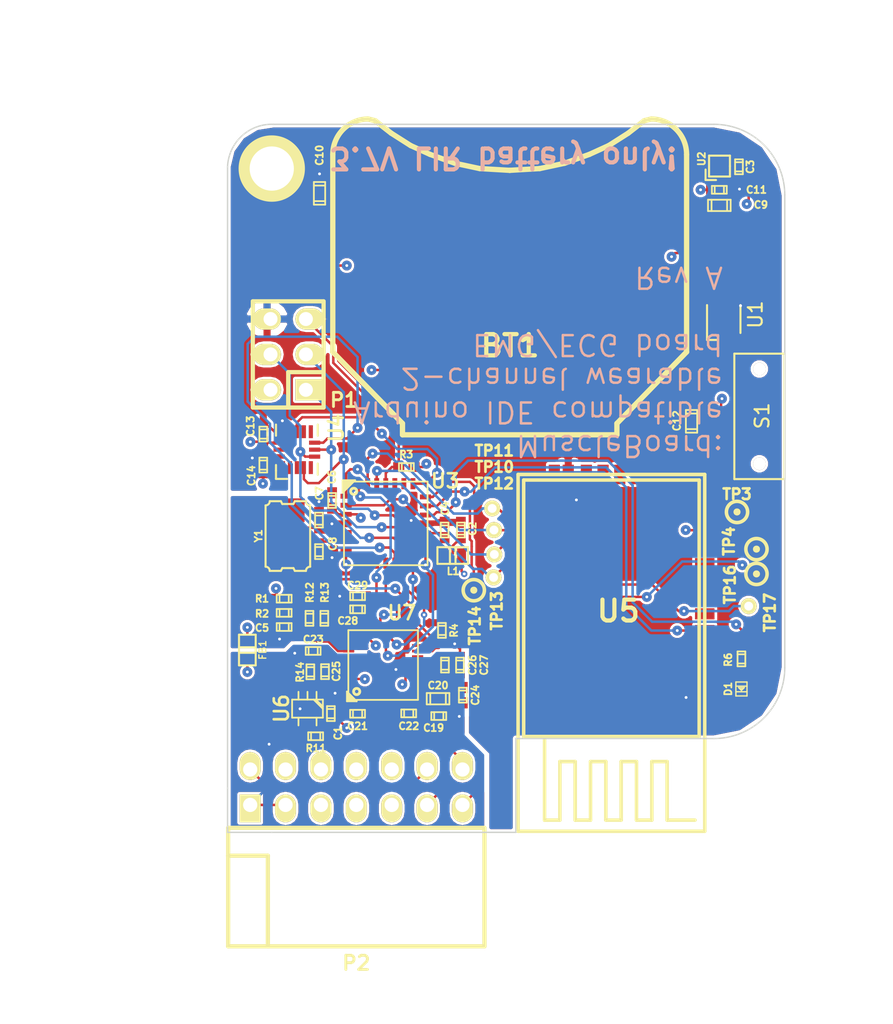
<source format=kicad_pcb>
(kicad_pcb (version 3) (host pcbnew "(2013-05-31 BZR 4019)-stable")
  (layers (15 F.Cu signal) (2 GND power hide) (1 VS power) (0 B.Cu signal) (18 B.Paste user) (19 F.Paste user) (20 B.SilkS user) (21 F.SilkS user) (22 B.Mask user) (23 F.Mask user) (28 Edge.Cuts user))
  (net 0 "")
  (net 1 +BATT)
  (net 2 /AREF)
  (net 3 /AVCC)
  (net 4 /B-)
  (net 5 /BATT_MON)
  (net 6 /BT_CONN)
  (net 7 /BT_RESET)
  (net 8 "/Electrode front-end/GPIO1")
  (net 9 "/Electrode front-end/GPIO2")
  (net 10 "/Electrode front-end/PGA1N")
  (net 11 "/Electrode front-end/PGA1P")
  (net 12 "/Electrode front-end/PGA2N")
  (net 13 "/Electrode front-end/PGA2P")
  (net 14 "/Electrode front-end/RLDIN")
  (net 15 "/Electrode front-end/RLDINV")
  (net 16 "/Electrode front-end/VCAP1")
  (net 17 "/Electrode front-end/VCAP2")
  (net 18 "/Electrode front-end/VREFP")
  (net 19 /FACTORY_RESET)
  (net 20 /STATUS)
  (net 21 /USER_LED)
  (net 22 /~MCU_CTS)
  (net 23 /~MCU_RTS)
  (net 24 AVDD)
  (net 25 CH1N)
  (net 26 CH1P)
  (net 27 CH2N)
  (net 28 CH2P)
  (net 29 DVDD)
  (net 30 GND)
  (net 31 INT1)
  (net 32 MCU_RX)
  (net 33 MCU_TX)
  (net 34 MISO)
  (net 35 MOSI)
  (net 36 N-000002)
  (net 37 N-0000038)
  (net 38 N-0000039)
  (net 39 RLD)
  (net 40 SCLK)
  (net 41 SHIELD)
  (net 42 VCC)
  (net 43 VEXT)
  (net 44 ~AFE_CS)
  (net 45 ~AFE_DRDY)
  (net 46 ~AFE_PWDN)
  (net 47 ~MCU_RESET)
  (net 48 ~XL_CS)
  (module testpoint_1mm (layer F.Cu) (at 234.823 112.649 180)
    (fp_text reference TP4 (at 1.9685 0.5715 270) (layer F.SilkS) (effects (font (size 0.762 0.762) (thickness 0.1905))))
    (fp_text value 3V3 hide)
    (pad 1 smd circle (at 0 0 180) (size 1.00076 1.00076) (layers F.Cu F.Paste F.Mask) (net 29 DVDD))
  )
  (module testpoint_1mm (layer F.Cu) (at 233.426 109.982 180)
    (fp_text reference TP3 (at 0 1.27 180) (layer F.SilkS) (effects (font (size 0.762 0.762) (thickness 0.1905))))
    (fp_text value GND hide)
    (pad 1 smd circle (at 0 0 180) (size 1.00076 1.00076) (layers F.Cu F.Paste F.Mask) (net 30 GND))
  )
  (module testpoint_1mm (layer F.Cu) (at 214.5284 115.5954)
    (fp_text reference TP14 (at 0.0762 2.54 90) (layer F.SilkS) (effects (font (size 0.762 0.762) (thickness 0.1905))))
    (fp_text value CONN hide)
    (pad 1 smd circle (at 0 0) (size 1.00076 1.00076) (layers F.Cu F.Paste F.Mask) (net 6 /BT_CONN))
  )
  (module testpoint_1mm (layer F.Cu) (at 234.823 114.427)
    (fp_text reference TP16 (at -1.905 0.762 90) (layer F.SilkS) (effects (font (size 0.762 0.762) (thickness 0.1905))))
    (fp_text value FACT (at 0 0) (layer F.SilkS) (effects (font (size 0.127 0.127) (thickness 0.03175))))
    (pad 1 smd circle (at 0 0) (size 1.00076 1.00076) (layers F.Cu F.Paste F.Mask) (net 19 /FACTORY_RESET))
  )
  (module r_0402 (layer F.Cu) (at 209.6897 106.7562)
    (fp_text reference R3 (at -0.0127 -0.9017) (layer F.SilkS) (effects (font (size 0.508 0.508) (thickness 0.127))))
    (fp_text value 10k hide)
    (pad 1 smd rect (at 0.54864 0) (size 0.8001 0.6985) (layers F.Cu F.Paste F.Mask) (net 29 DVDD))
    (pad 2 smd rect (at -0.54864 0) (size 0.8001 0.6985) (layers F.Cu F.Paste F.Mask) (net 47 ~MCU_RESET))
  )
  (module r_0402 (layer F.Cu) (at 200.914 117.221)
    (fp_text reference R2 (at -1.5875 0.0635) (layer F.SilkS) (effects (font (size 0.508 0.508) (thickness 0.127))))
    (fp_text value 1M hide)
    (pad 1 smd rect (at 0.54864 0) (size 0.8001 0.6985) (layers F.Cu F.Paste F.Mask) (net 5 /BATT_MON))
    (pad 2 smd rect (at -0.54864 0) (size 0.8001 0.6985) (layers F.Cu F.Paste F.Mask) (net 30 GND))
  )
  (module r_0402 (layer F.Cu) (at 200.914 116.205 180)
    (fp_text reference R1 (at 1.5875 0 180) (layer F.SilkS) (effects (font (size 0.508 0.508) (thickness 0.127))))
    (fp_text value 2.2M hide)
    (pad 1 smd rect (at 0.54864 0 180) (size 0.8001 0.6985) (layers F.Cu F.Paste F.Mask) (net 1 +BATT))
    (pad 2 smd rect (at -0.54864 0 180) (size 0.8001 0.6985) (layers F.Cu F.Paste F.Mask) (net 5 /BATT_MON))
  )
  (module inductor_smd_0603 (layer F.Cu) (at 213.0171 113.1062)
    (fp_text reference L1 (at 0.0254 1.1303) (layer F.SilkS) (effects (font (size 0.508 0.508) (thickness 0.127))))
    (fp_text value 10uH hide)
    (pad 1 smd rect (at -0.63754 0) (size 0.635 1.016) (layers F.Cu F.Paste F.Mask) (net 3 /AVCC))
    (pad 2 smd rect (at 0.63754 0) (size 0.635 1.016) (layers F.Cu F.Paste F.Mask) (net 29 DVDD))
  )
  (module crystal_smd_5x3.2mm (layer F.Cu) (at 201.1807 111.7092 270)
    (fp_text reference Y1 (at -0.0127 2.1082 270) (layer F.SilkS) (effects (font (size 0.508 0.508) (thickness 0.127))))
    (fp_text value ABM3B-8.000MHZ hide)
    (pad 1 smd rect (at -1.85 0 270) (size 1.7 2.4) (layers F.Cu F.Paste F.Mask) (net 38 N-0000039))
    (pad 2 smd rect (at 1.85 0 270) (size 1.7 2.4) (layers F.Cu F.Paste F.Mask) (net 37 N-0000038))
  )
  (module c_0402 (layer F.Cu) (at 203.4159 110.5662 90)
    (fp_text reference C7 (at 1.9177 0.0381 90) (layer F.SilkS) (effects (font (size 0.508 0.508) (thickness 0.127))))
    (fp_text value 30pF hide)
    (pad 1 smd rect (at 0.54864 0 90) (size 0.8001 0.6985) (layers F.Cu F.Paste F.Mask) (net 30 GND))
    (pad 2 smd rect (at -0.54864 0 90) (size 0.8001 0.6985) (layers F.Cu F.Paste F.Mask) (net 38 N-0000039))
  )
  (module c_0402 (layer F.Cu) (at 200.914 118.237)
    (fp_text reference C5 (at -1.5875 0.0635) (layer F.SilkS) (effects (font (size 0.508 0.508) (thickness 0.127))))
    (fp_text value 0.1uF hide)
    (pad 1 smd rect (at 0.54864 0) (size 0.8001 0.6985) (layers F.Cu F.Paste F.Mask) (net 5 /BATT_MON))
    (pad 2 smd rect (at -0.54864 0) (size 0.8001 0.6985) (layers F.Cu F.Paste F.Mask) (net 30 GND))
  )
  (module c_0402 (layer F.Cu) (at 204.3557 109.1565 270)
    (fp_text reference C6 (at -1.6764 0.0127 270) (layer F.SilkS) (effects (font (size 0.508 0.508) (thickness 0.127))))
    (fp_text value 0.1uF hide)
    (pad 1 smd rect (at 0.54864 0 270) (size 0.8001 0.6985) (layers F.Cu F.Paste F.Mask) (net 29 DVDD))
    (pad 2 smd rect (at -0.54864 0 270) (size 0.8001 0.6985) (layers F.Cu F.Paste F.Mask) (net 30 GND))
  )
  (module c_0402 (layer F.Cu) (at 203.4159 112.8268 270)
    (fp_text reference C8 (at -0.5588 -0.9906 270) (layer F.SilkS) (effects (font (size 0.508 0.508) (thickness 0.127))))
    (fp_text value 30pF hide)
    (pad 1 smd rect (at 0.54864 0 270) (size 0.8001 0.6985) (layers F.Cu F.Paste F.Mask) (net 30 GND))
    (pad 2 smd rect (at -0.54864 0 270) (size 0.8001 0.6985) (layers F.Cu F.Paste F.Mask) (net 37 N-0000038))
  )
  (module c_0402 (layer F.Cu) (at 212.4329 111.2774 270)
    (fp_text reference C4 (at -1.5494 -0.0381 270) (layer F.SilkS) (effects (font (size 0.508 0.508) (thickness 0.127))))
    (fp_text value 0.1uF hide)
    (pad 1 smd rect (at 0.54864 0 270) (size 0.8001 0.6985) (layers F.Cu F.Paste F.Mask) (net 2 /AREF))
    (pad 2 smd rect (at -0.54864 0 270) (size 0.8001 0.6985) (layers F.Cu F.Paste F.Mask) (net 30 GND))
  )
  (module c_0402 (layer F.Cu) (at 233.5657 85.217 90)
    (fp_text reference C3 (at 0 0.8128 90) (layer F.SilkS) (effects (font (size 0.508 0.508) (thickness 0.127))))
    (fp_text value 1uF hide)
    (pad 1 smd rect (at 0.54864 0 90) (size 0.8001 0.6985) (layers F.Cu F.Paste F.Mask) (net 42 VCC))
    (pad 2 smd rect (at -0.54864 0 90) (size 0.8001 0.6985) (layers F.Cu F.Paste F.Mask) (net 30 GND))
  )
  (module c_0402 (layer F.Cu) (at 213.6013 111.2774 270)
    (fp_text reference C2 (at -0.0889 -0.8382 270) (layer F.SilkS) (effects (font (size 0.508 0.508) (thickness 0.127))))
    (fp_text value 0.1uF hide)
    (pad 1 smd rect (at 0.54864 0 270) (size 0.8001 0.6985) (layers F.Cu F.Paste F.Mask) (net 3 /AVCC))
    (pad 2 smd rect (at -0.54864 0 270) (size 0.8001 0.6985) (layers F.Cu F.Paste F.Mask) (net 30 GND))
  )
  (module c_0402 (layer F.Cu) (at 232.156 86.868 180)
    (fp_text reference C11 (at -2.667 0 180) (layer F.SilkS) (effects (font (size 0.508 0.508) (thickness 0.127))))
    (fp_text value 1uF hide)
    (pad 1 smd rect (at 0.54864 0 180) (size 0.8001 0.6985) (layers F.Cu F.Paste F.Mask) (net 29 DVDD))
    (pad 2 smd rect (at -0.54864 0 180) (size 0.8001 0.6985) (layers F.Cu F.Paste F.Mask) (net 30 GND))
  )
  (module r_0402 (layer F.Cu) (at 233.7435 120.523 270)
    (fp_text reference R6 (at 0.0635 0.9525 270) (layer F.SilkS) (effects (font (size 0.508 0.508) (thickness 0.127))))
    (fp_text value 2.2k hide)
    (pad 1 smd rect (at 0.54864 0 270) (size 0.8001 0.6985) (layers F.Cu F.Paste F.Mask) (net 36 N-000002))
    (pad 2 smd rect (at -0.54864 0 270) (size 0.8001 0.6985) (layers F.Cu F.Paste F.Mask) (net 21 /USER_LED))
  )
  (module r_0402 (layer F.Cu) (at 203.7969 117.6147 270)
    (fp_text reference R13 (at -1.8542 -0.0381 270) (layer F.SilkS) (effects (font (size 0.508 0.508) (thickness 0.127))))
    (fp_text value 10k hide)
    (pad 1 smd rect (at 0.54864 0 270) (size 0.8001 0.6985) (layers F.Cu F.Paste F.Mask) (net 9 "/Electrode front-end/GPIO2"))
    (pad 2 smd rect (at -0.54864 0 270) (size 0.8001 0.6985) (layers F.Cu F.Paste F.Mask) (net 30 GND))
  )
  (module r_0402 (layer F.Cu) (at 202.7301 117.6147 270)
    (fp_text reference R12 (at -1.8542 -0.0254 270) (layer F.SilkS) (effects (font (size 0.508 0.508) (thickness 0.127))))
    (fp_text value 10k hide)
    (pad 1 smd rect (at 0.54864 0 270) (size 0.8001 0.6985) (layers F.Cu F.Paste F.Mask) (net 8 "/Electrode front-end/GPIO1"))
    (pad 2 smd rect (at -0.54864 0 270) (size 0.8001 0.6985) (layers F.Cu F.Paste F.Mask) (net 30 GND))
  )
  (module r_0402 (layer F.Cu) (at 203.1746 126.0729 180)
    (fp_text reference R11 (at -0.0254 -0.8636 180) (layer F.SilkS) (effects (font (size 0.508 0.508) (thickness 0.127))))
    (fp_text value 51k hide)
    (pad 1 smd rect (at 0.54864 0 180) (size 0.8001 0.6985) (layers F.Cu F.Paste F.Mask) (net 14 "/Electrode front-end/RLDIN"))
    (pad 2 smd rect (at -0.54864 0 180) (size 0.8001 0.6985) (layers F.Cu F.Paste F.Mask) (net 39 RLD))
  )
  (module r_0402 (layer F.Cu) (at 202.7936 121.4501 270)
    (fp_text reference R14 (at 0.0254 0.7366 270) (layer F.SilkS) (effects (font (size 0.508 0.508) (thickness 0.127))))
    (fp_text value 1M hide)
    (pad 1 smd rect (at 0.54864 0 270) (size 0.8001 0.6985) (layers F.Cu F.Paste F.Mask) (net 14 "/Electrode front-end/RLDIN"))
    (pad 2 smd rect (at -0.54864 0 270) (size 0.8001 0.6985) (layers F.Cu F.Paste F.Mask) (net 15 "/Electrode front-end/RLDINV"))
  )
  (module r_0402 (layer F.Cu) (at 212.2424 118.4783 90)
    (fp_text reference R4 (at -0.0127 0.8636 90) (layer F.SilkS) (effects (font (size 0.508 0.508) (thickness 0.127))))
    (fp_text value 10k hide)
    (pad 1 smd rect (at 0.54864 0 90) (size 0.8001 0.6985) (layers F.Cu F.Paste F.Mask) (net 30 GND))
    (pad 2 smd rect (at -0.54864 0 90) (size 0.8001 0.6985) (layers F.Cu F.Paste F.Mask) (net 46 ~AFE_PWDN))
  )
  (module c_0402 (layer F.Cu) (at 206.1845 116.967)
    (fp_text reference C28 (at -0.6985 0.8255) (layer F.SilkS) (effects (font (size 0.508 0.508) (thickness 0.127))))
    (fp_text value 1uF hide)
    (pad 1 smd rect (at 0.54864 0) (size 0.8001 0.6985) (layers F.Cu F.Paste F.Mask) (net 29 DVDD))
    (pad 2 smd rect (at -0.54864 0) (size 0.8001 0.6985) (layers F.Cu F.Paste F.Mask) (net 30 GND))
  )
  (module c_0402 (layer F.Cu) (at 206.1845 116.0272)
    (fp_text reference C29 (at 0 -0.7747) (layer F.SilkS) (effects (font (size 0.508 0.508) (thickness 0.127))))
    (fp_text value 0.1uF hide)
    (pad 1 smd rect (at 0.54864 0) (size 0.8001 0.6985) (layers F.Cu F.Paste F.Mask) (net 29 DVDD))
    (pad 2 smd rect (at -0.54864 0) (size 0.8001 0.6985) (layers F.Cu F.Paste F.Mask) (net 30 GND))
  )
  (module c_0402 (layer F.Cu) (at 212.4583 120.9675 270)
    (fp_text reference C26 (at 0 -1.9812 270) (layer F.SilkS) (effects (font (size 0.508 0.508) (thickness 0.127))))
    (fp_text value 1uF hide)
    (pad 1 smd rect (at 0.54864 0 270) (size 0.8001 0.6985) (layers F.Cu F.Paste F.Mask) (net 24 AVDD))
    (pad 2 smd rect (at -0.54864 0 270) (size 0.8001 0.6985) (layers F.Cu F.Paste F.Mask) (net 30 GND))
  )
  (module c_0402 (layer F.Cu) (at 213.5378 120.9675 270)
    (fp_text reference C27 (at 0 -1.7272 270) (layer F.SilkS) (effects (font (size 0.508 0.508) (thickness 0.127))))
    (fp_text value 0.1uF hide)
    (pad 1 smd rect (at 0.54864 0 270) (size 0.8001 0.6985) (layers F.Cu F.Paste F.Mask) (net 24 AVDD))
    (pad 2 smd rect (at -0.54864 0 270) (size 0.8001 0.6985) (layers F.Cu F.Paste F.Mask) (net 30 GND))
  )
  (module c_0402 (layer F.Cu) (at 202.9968 119.9515)
    (fp_text reference C23 (at 0.0127 -0.8255) (layer F.SilkS) (effects (font (size 0.508 0.508) (thickness 0.127))))
    (fp_text value 1uF hide)
    (pad 1 smd rect (at 0.54864 0) (size 0.8001 0.6985) (layers F.Cu F.Paste F.Mask) (net 17 "/Electrode front-end/VCAP2"))
    (pad 2 smd rect (at -0.54864 0) (size 0.8001 0.6985) (layers F.Cu F.Paste F.Mask) (net 30 GND))
  )
  (module c_0402 (layer F.Cu) (at 203.847 121.4393 270)
    (fp_text reference C25 (at -0.0273 -0.8135 270) (layer F.SilkS) (effects (font (size 0.508 0.508) (thickness 0.127))))
    (fp_text value 1.5nF hide)
    (pad 1 smd rect (at 0.54864 0 270) (size 0.8001 0.6985) (layers F.Cu F.Paste F.Mask) (net 14 "/Electrode front-end/RLDIN"))
    (pad 2 smd rect (at -0.54864 0 270) (size 0.8001 0.6985) (layers F.Cu F.Paste F.Mask) (net 15 "/Electrode front-end/RLDINV"))
  )
  (module c_0402 (layer F.Cu) (at 209.8548 124.4346)
    (fp_text reference C22 (at 0.0127 0.9144) (layer F.SilkS) (effects (font (size 0.508 0.508) (thickness 0.127))))
    (fp_text value 4.7nF hide)
    (pad 1 smd rect (at 0.54864 0) (size 0.8001 0.6985) (layers F.Cu F.Paste F.Mask) (net 13 "/Electrode front-end/PGA2P"))
    (pad 2 smd rect (at -0.54864 0) (size 0.8001 0.6985) (layers F.Cu F.Paste F.Mask) (net 12 "/Electrode front-end/PGA2N"))
  )
  (module c_0402 (layer F.Cu) (at 206.1845 124.46)
    (fp_text reference C21 (at 0 0.889) (layer F.SilkS) (effects (font (size 0.508 0.508) (thickness 0.127))))
    (fp_text value 4.7nF hide)
    (pad 1 smd rect (at 0.54864 0) (size 0.8001 0.6985) (layers F.Cu F.Paste F.Mask) (net 11 "/Electrode front-end/PGA1P"))
    (pad 2 smd rect (at -0.54864 0) (size 0.8001 0.6985) (layers F.Cu F.Paste F.Mask) (net 10 "/Electrode front-end/PGA1N"))
  )
  (module c_0402 (layer F.Cu) (at 213.741 123.1265 90)
    (fp_text reference C24 (at 0 0.9017 90) (layer F.SilkS) (effects (font (size 0.508 0.508) (thickness 0.127))))
    (fp_text value 1uF hide)
    (pad 1 smd rect (at 0.54864 0 90) (size 0.8001 0.6985) (layers F.Cu F.Paste F.Mask) (net 16 "/Electrode front-end/VCAP1"))
    (pad 2 smd rect (at -0.54864 0 90) (size 0.8001 0.6985) (layers F.Cu F.Paste F.Mask) (net 30 GND))
  )
  (module c_0402 (layer F.Cu) (at 212.0138 124.6251 180)
    (fp_text reference C19 (at 0.3683 -0.8509 180) (layer F.SilkS) (effects (font (size 0.508 0.508) (thickness 0.127))))
    (fp_text value 0.1uF hide)
    (pad 1 smd rect (at 0.54864 0 180) (size 0.8001 0.6985) (layers F.Cu F.Paste F.Mask) (net 18 "/Electrode front-end/VREFP"))
    (pad 2 smd rect (at -0.54864 0 180) (size 0.8001 0.6985) (layers F.Cu F.Paste F.Mask) (net 30 GND))
  )
  (module sc70-5 (layer F.Cu) (at 202.5904 124.0917 180)
    (fp_text reference U6 (at 1.8669 0.0127 270) (layer F.SilkS) (effects (font (size 1.016 1.016) (thickness 0.1905))))
    (fp_text value OPA376 hide)
    (pad 1 smd rect (at -0.66 1.016 180) (size 0.4 0.66) (layers F.Cu F.Paste F.Mask) (net 14 "/Electrode front-end/RLDIN") (clearance 0.2))
    (pad 3 smd rect (at 0.66 1.016 180) (size 0.4 0.66) (layers F.Cu F.Paste F.Mask) (net 41 SHIELD) (clearance 0.2))
    (pad 2 smd rect (at 0 1.016 180) (size 0.4 0.66) (layers F.Cu F.Paste F.Mask) (net 30 GND) (clearance 0.2))
    (pad 4 smd rect (at 0.66 -1.016 180) (size 0.4 0.66) (layers F.Cu F.Paste F.Mask) (net 41 SHIELD) (clearance 0.14))
    (pad 5 smd rect (at -0.66 -1.016 180) (size 0.4 0.66) (layers F.Cu F.Paste F.Mask) (net 24 AVDD) (clearance 0.14))
  )
  (module w_rf_modules:roving_rn-42 (layer F.Cu) (at 224.409 120.0912 180)
    (fp_text reference U5 (at -0.5 3 180) (layer F.SilkS) (effects (font (size 1.5 1.5) (thickness 0.3))))
    (fp_text value BLUETOOTH-RN42 hide)
    (pad 1 smd rect (at -6.7 -3.2 180) (size 1.4 0.8) (layers F.Cu F.Paste F.Mask) (net 30 GND))
    (pad 2 smd rect (at -6.7 -2 180) (size 1.4 0.8) (layers F.Cu F.Paste F.Mask))
    (pad 3 smd rect (at -6.7 -0.8 180) (size 1.4 0.8) (layers F.Cu F.Paste F.Mask))
    (pad 4 smd rect (at -6.7 0.4 180) (size 1.4 0.8) (layers F.Cu F.Paste F.Mask))
    (pad 5 smd rect (at -6.7 1.6 180) (size 1.4 0.8) (layers F.Cu F.Paste F.Mask) (net 7 /BT_RESET))
    (pad 6 smd rect (at -6.7 2.8 180) (size 1.4 0.8) (layers F.Cu F.Paste F.Mask))
    (pad 7 smd rect (at -6.7 4 180) (size 1.4 0.8) (layers F.Cu F.Paste F.Mask))
    (pad 8 smd rect (at -6.7 5.2 180) (size 1.4 0.8) (layers F.Cu F.Paste F.Mask))
    (pad 9 smd rect (at -6.7 6.4 180) (size 1.4 0.8) (layers F.Cu F.Paste F.Mask))
    (pad 10 smd rect (at -6.7 7.6 180) (size 1.4 0.8) (layers F.Cu F.Paste F.Mask))
    (pad 11 smd rect (at -6.7 8.8 180) (size 1.4 0.8) (layers F.Cu F.Paste F.Mask) (net 29 DVDD))
    (pad 12 smd rect (at -6.7 10 180) (size 1.4 0.8) (layers F.Cu F.Paste F.Mask) (net 30 GND))
    (pad 13 smd rect (at 6.7 10 180) (size 1.4 0.8) (layers F.Cu F.Paste F.Mask) (net 33 MCU_TX))
    (pad 14 smd rect (at 6.7 8.8 180) (size 1.4 0.8) (layers F.Cu F.Paste F.Mask) (net 32 MCU_RX))
    (pad 15 smd rect (at 6.7 7.6 180) (size 1.4 0.8) (layers F.Cu F.Paste F.Mask) (net 22 /~MCU_CTS))
    (pad 16 smd rect (at 6.7 6.4 180) (size 1.4 0.8) (layers F.Cu F.Paste F.Mask) (net 23 /~MCU_RTS))
    (pad 17 smd rect (at 6.7 5.2 180) (size 1.4 0.8) (layers F.Cu F.Paste F.Mask))
    (pad 18 smd rect (at 6.7 4 180) (size 1.4 0.8) (layers F.Cu F.Paste F.Mask))
    (pad 19 smd rect (at 6.7 2.8 180) (size 1.4 0.8) (layers F.Cu F.Paste F.Mask) (net 6 /BT_CONN))
    (pad 20 smd rect (at 6.7 1.6 180) (size 1.4 0.8) (layers F.Cu F.Paste F.Mask))
    (pad 21 smd rect (at 6.7 0.4 180) (size 1.4 0.8) (layers F.Cu F.Paste F.Mask) (net 20 /STATUS))
    (pad 22 smd rect (at 6.7 -0.8 180) (size 1.4 0.8) (layers F.Cu F.Paste F.Mask) (net 19 /FACTORY_RESET))
    (pad 23 smd rect (at 6.7 -2 180) (size 1.4 0.8) (layers F.Cu F.Paste F.Mask))
    (pad 24 smd rect (at 6.7 -3.2 180) (size 1.4 0.8) (layers F.Cu F.Paste F.Mask))
    (pad 30 smd rect (at 4.1 12.8 180) (size 0.8 1.4) (layers F.Cu F.Paste F.Mask))
    (pad 28 smd rect (at 3.1 12.8 180) (size 0.8 1.4) (layers F.Cu F.Paste F.Mask) (net 30 GND))
    (pad 31 smd rect (at 1.8 12.8 180) (size 0.8 1.4) (layers F.Cu F.Paste F.Mask))
    (pad 32 smd rect (at 0.6 12.8 180) (size 0.8 1.4) (layers F.Cu F.Paste F.Mask))
    (pad 33 smd rect (at -0.6 12.8 180) (size 0.8 1.4) (layers F.Cu F.Paste F.Mask))
    (pad 34 smd rect (at -1.8 12.8 180) (size 0.8 1.4) (layers F.Cu F.Paste F.Mask))
    (pad 29 smd rect (at -3.1 12.8 180) (size 0.8 1.4) (layers F.Cu F.Paste F.Mask) (net 30 GND))
    (pad 35 smd rect (at -4.1 12.8 180) (size 0.8 1.4) (layers F.Cu F.Paste F.Mask))
  )
  (module Led_0402 (layer F.Cu) (at 233.7435 122.682 270)
    (fp_text reference D1 (at 0 0.9525 270) (layer F.SilkS) (effects (font (size 0.508 0.508) (thickness 0.127))))
    (fp_text value RED hide)
    (pad 1 smd rect (at -0.54864 0 270) (size 0.5969 0.6985) (layers F.Cu F.Paste F.Mask) (net 36 N-000002))
    (pad 2 smd rect (at 0.54864 0 270) (size 0.5969 0.6985) (layers F.Cu F.Paste F.Mask) (net 30 GND))
  )
  (module c_0402 (layer F.Cu) (at 204.2668 124.4473 270)
    (fp_text reference C1 (at 1.4097 -0.5207 270) (layer F.SilkS) (effects (font (size 0.508 0.508) (thickness 0.127))))
    (fp_text value 0.1uF hide)
    (pad 1 smd rect (at 0.54864 0 270) (size 0.8001 0.6985) (layers F.Cu F.Paste F.Mask) (net 24 AVDD))
    (pad 2 smd rect (at -0.54864 0 270) (size 0.8001 0.6985) (layers F.Cu F.Paste F.Mask) (net 30 GND))
  )
  (module pin_strip_3x2 (layer F.Cu) (at 201.2061 98.679 90)
    (fp_text reference P1 (at -3.2766 4.0005 180) (layer F.SilkS) (effects (font (size 1.016 1.016) (thickness 0.2032))))
    (fp_text value ICSP hide)
    (pad 1 thru_hole rect (at -2.54 1.27 90) (size 1.524 1.99898) (drill 1.00076 (offset 0 0.24892)) (layers *.Cu *.Mask F.SilkS) (net 34 MISO))
    (pad 2 thru_hole oval (at -2.54 -1.27 90) (size 1.524 1.99898) (drill 1.00076 (offset 0 -0.24892)) (layers *.Cu *.Mask F.SilkS) (net 43 VEXT))
    (pad 3 thru_hole oval (at 0 1.27 90) (size 1.524 1.99898) (drill 1.00076 (offset 0 0.24892)) (layers *.Cu *.Mask F.SilkS) (net 40 SCLK))
    (pad 4 thru_hole oval (at 0 -1.27 90) (size 1.524 1.99898) (drill 1.00076 (offset 0 -0.24892)) (layers *.Cu *.Mask F.SilkS) (net 35 MOSI))
    (pad 5 thru_hole oval (at 2.54 1.27 90) (size 1.524 1.99898) (drill 1.00076 (offset 0 0.24892)) (layers *.Cu *.Mask F.SilkS) (net 47 ~MCU_RESET))
    (pad 6 thru_hole oval (at 2.54 -1.27 90) (size 1.524 1.99898) (drill 1.00076 (offset 0 -0.24892)) (layers *.Cu *.Mask F.SilkS) (net 30 GND))
  )
  (module c_0402 (layer F.Cu) (at 199.4154 106.6165 270)
    (fp_text reference C14 (at 0.762 0.8509 270) (layer F.SilkS) (effects (font (size 0.508 0.508) (thickness 0.127))))
    (fp_text value 0.1uF hide)
    (pad 1 smd rect (at 0.54864 0 270) (size 0.8001 0.6985) (layers F.Cu F.Paste F.Mask) (net 29 DVDD))
    (pad 2 smd rect (at -0.54864 0 270) (size 0.8001 0.6985) (layers F.Cu F.Paste F.Mask) (net 30 GND))
  )
  (module c_0402 (layer F.Cu) (at 199.4154 104.394 270)
    (fp_text reference C13 (at -0.5715 0.9144 270) (layer F.SilkS) (effects (font (size 0.508 0.508) (thickness 0.127))))
    (fp_text value 0.1uF hide)
    (pad 1 smd rect (at 0.54864 0 270) (size 0.8001 0.6985) (layers F.Cu F.Paste F.Mask) (net 29 DVDD))
    (pad 2 smd rect (at -0.54864 0 270) (size 0.8001 0.6985) (layers F.Cu F.Paste F.Mask) (net 30 GND))
  )
  (module 16-LGA-3x3.25 (layer F.Cu) (at 201.8284 105.5116 90)
    (fp_text reference U4 (at 1.5621 2.8321 90) (layer F.SilkS) (effects (font (size 1.016 1.016) (thickness 0.1905))))
    (fp_text value ADXL362 hide)
    (pad 9 smd rect (at 1.2875 1 90) (size 0.925 0.3) (layers F.Cu F.Paste F.Mask))
    (pad 10 smd rect (at 1.2875 0.5 90) (size 0.925 0.3) (layers F.Cu F.Paste F.Mask))
    (pad 13 smd rect (at 1.2875 -1 90) (size 0.925 0.3) (layers F.Cu F.Paste F.Mask) (net 30 GND))
    (pad 12 smd rect (at 1.2875 -0.5 90) (size 0.925 0.3) (layers F.Cu F.Paste F.Mask) (net 30 GND))
    (pad 11 smd rect (at 1.2875 0 90) (size 0.925 0.3) (layers F.Cu F.Paste F.Mask) (net 31 INT1))
    (pad 3 smd rect (at -1.2875 0 90) (size 0.925 0.3) (layers F.Cu F.Paste F.Mask))
    (pad 2 smd rect (at -1.2875 -0.5 90) (size 0.925 0.3) (layers F.Cu F.Paste F.Mask))
    (pad 1 smd rect (at -1.2875 -1 90) (size 0.925 0.3) (layers F.Cu F.Paste F.Mask) (net 29 DVDD))
    (pad 4 smd rect (at -1.2875 0.5 90) (size 0.925 0.3) (layers F.Cu F.Paste F.Mask) (net 40 SCLK))
    (pad 5 smd rect (at -1.2875 1 90) (size 0.925 0.3) (layers F.Cu F.Paste F.Mask))
    (pad 15 smd rect (at 0 -1.275 90) (size 0.3 0.8) (layers F.Cu F.Paste F.Mask))
    (pad 7 smd rect (at 0 1.275 90) (size 0.3 0.8) (layers F.Cu F.Paste F.Mask) (net 34 MISO))
    (pad 16 smd rect (at -0.5 -1.275 90) (size 0.3 0.8) (layers F.Cu F.Paste F.Mask) (net 30 GND))
    (pad 14 smd rect (at 0.5 -1.275 90) (size 0.3 0.8) (layers F.Cu F.Paste F.Mask) (net 29 DVDD))
    (pad 6 smd rect (at -0.5 1.275 90) (size 0.3 0.8) (layers F.Cu F.Paste F.Mask) (net 35 MOSI))
    (pad 8 smd rect (at 0.5 1.275 90) (size 0.3 0.8) (layers F.Cu F.Paste F.Mask) (net 48 ~XL_CS))
  )
  (module qfn-28-nopad (layer F.Cu) (at 208.2101 110.8022 270)
    (fp_text reference U3 (at -3.0427 -4.2609 360) (layer F.SilkS) (effects (font (size 1.016 1.016) (thickness 0.1905))))
    (fp_text value ATMEGA328P-28PIN hide)
    (pad 2 smd rect (at -1.30048 2.84988 270) (size 0.35052 0.8001) (layers F.Cu F.Paste F.Mask) (net 23 /~MCU_RTS))
    (pad 3 smd rect (at -0.65024 2.84988 270) (size 0.35052 0.8001) (layers F.Cu F.Paste F.Mask) (net 29 DVDD))
    (pad 4 smd rect (at 0 2.84988 270) (size 0.35052 0.8001) (layers F.Cu F.Paste F.Mask) (net 30 GND))
    (pad 5 smd rect (at 0.65024 2.84988 270) (size 0.35052 0.8001) (layers F.Cu F.Paste F.Mask) (net 38 N-0000039))
    (pad 8 smd rect (at 2.85242 1.95072 270) (size 0.8001 0.35052) (layers F.Cu F.Paste F.Mask))
    (pad 9 smd rect (at 2.85242 1.30048 270) (size 0.8001 0.35052) (layers F.Cu F.Paste F.Mask) (net 5 /BATT_MON))
    (pad 10 smd rect (at 2.85242 0.65024 270) (size 0.8001 0.35052) (layers F.Cu F.Paste F.Mask))
    (pad 11 smd rect (at 2.85242 0 270) (size 0.8001 0.35052) (layers F.Cu F.Paste F.Mask) (net 44 ~AFE_CS))
    (pad 12 smd rect (at 2.85242 -0.65024 270) (size 0.8001 0.35052) (layers F.Cu F.Paste F.Mask) (net 48 ~XL_CS))
    (pad 13 smd rect (at 2.85242 -1.30048 270) (size 0.8001 0.35052) (layers F.Cu F.Paste F.Mask) (net 35 MOSI))
    (pad 14 smd rect (at 2.85242 -1.95072 270) (size 0.8001 0.35052) (layers F.Cu F.Paste F.Mask) (net 34 MISO))
    (pad 1 smd rect (at -1.95072 2.84988 270) (size 0.35052 0.8001) (layers F.Cu F.Paste F.Mask) (net 22 /~MCU_CTS))
    (pad 15 smd rect (at 2.00152 -2.85242 270) (size 0.35052 0.8001) (layers F.Cu F.Paste F.Mask) (net 40 SCLK))
    (pad 16 smd rect (at 1.35128 -2.85242 270) (size 0.35052 0.8001) (layers F.Cu F.Paste F.Mask) (net 3 /AVCC))
    (pad 17 smd rect (at 0.70104 -2.85242 270) (size 0.35052 0.8001) (layers F.Cu F.Paste F.Mask) (net 2 /AREF))
    (pad 18 smd rect (at 0 -2.85242 270) (size 0.35052 0.8001) (layers F.Cu F.Paste F.Mask) (net 30 GND))
    (pad 19 smd rect (at -0.59944 -2.85242 270) (size 0.35052 0.8001) (layers F.Cu F.Paste F.Mask) (net 21 /USER_LED))
    (pad 20 smd rect (at -1.24968 -2.85242 270) (size 0.35052 0.8001) (layers F.Cu F.Paste F.Mask) (net 7 /BT_RESET))
    (pad 21 smd rect (at -1.89992 -2.85242 270) (size 0.35052 0.8001) (layers F.Cu F.Paste F.Mask) (net 6 /BT_CONN))
    (pad 22 smd rect (at -2.84988 -1.95072 270) (size 0.8001 0.35052) (layers F.Cu F.Paste F.Mask) (net 31 INT1))
    (pad 23 smd rect (at -2.84988 -1.30048 270) (size 0.8001 0.35052) (layers F.Cu F.Paste F.Mask))
    (pad 24 smd rect (at -2.84988 -0.65024 270) (size 0.8001 0.35052) (layers F.Cu F.Paste F.Mask))
    (pad 25 smd rect (at -2.84988 0 270) (size 0.8001 0.35052) (layers F.Cu F.Paste F.Mask) (net 47 ~MCU_RESET))
    (pad 26 smd rect (at -2.84988 0.65024 270) (size 0.8001 0.35052) (layers F.Cu F.Paste F.Mask) (net 32 MCU_RX))
    (pad 27 smd rect (at -2.84988 1.30048 270) (size 0.8001 0.35052) (layers F.Cu F.Paste F.Mask) (net 33 MCU_TX))
    (pad 28 smd rect (at -2.84988 1.95072 270) (size 0.8001 0.35052) (layers F.Cu F.Paste F.Mask) (net 45 ~AFE_DRDY))
    (pad 6 smd rect (at 1.30048 2.84988 270) (size 0.35052 0.8001) (layers F.Cu F.Paste F.Mask) (net 37 N-0000038))
    (pad 7 smd rect (at 1.95072 2.84988 270) (size 0.35052 0.8001) (layers F.Cu F.Paste F.Mask) (net 46 ~AFE_PWDN))
  )
  (module s-pvqfn-n32-nopad (layer F.Cu) (at 208.022 120.9643)
    (fp_text reference U7 (at 1.3375 -3.7433) (layer F.SilkS) (effects (font (size 1.016 1.016) (thickness 0.1905))))
    (fp_text value ADS1291/2 hide)
    (pad 2 smd rect (at -1 2.47396) (size 0.2 0.8) (layers F.Cu F.Paste F.Mask) (net 11 "/Electrode front-end/PGA1P"))
    (pad 3 smd rect (at -0.6 2.47396) (size 0.2 0.8) (layers F.Cu F.Paste F.Mask) (net 25 CH1N))
    (pad 4 smd rect (at -0.2 2.47396) (size 0.2 0.8) (layers F.Cu F.Paste F.Mask) (net 26 CH1P))
    (pad 5 smd rect (at 0.2 2.47396) (size 0.2 0.8) (layers F.Cu F.Paste F.Mask) (net 27 CH2N))
    (pad 8 smd rect (at 1.4 2.47396) (size 0.2 0.8) (layers F.Cu F.Paste F.Mask) (net 13 "/Electrode front-end/PGA2P"))
    (pad 9 smd rect (at 2.47396 1.4) (size 0.8 0.2) (layers F.Cu F.Paste F.Mask) (net 18 "/Electrode front-end/VREFP"))
    (pad 10 smd rect (at 2.47396 1) (size 0.8 0.2) (layers F.Cu F.Paste F.Mask) (net 30 GND))
    (pad 11 smd rect (at 2.47396 0.6) (size 0.8 0.2) (layers F.Cu F.Paste F.Mask) (net 16 "/Electrode front-end/VCAP1"))
    (pad 12 smd rect (at 2.47396 0.2) (size 0.8 0.2) (layers F.Cu F.Paste F.Mask) (net 24 AVDD))
    (pad 13 smd rect (at 2.47396 -0.2) (size 0.8 0.2) (layers F.Cu F.Paste F.Mask) (net 30 GND))
    (pad 14 smd rect (at 2.47396 -0.6) (size 0.8 0.2) (layers F.Cu F.Paste F.Mask))
    (pad 1 smd rect (at -1.4 2.47396) (size 0.2 0.8) (layers F.Cu F.Paste F.Mask) (net 10 "/Electrode front-end/PGA1N"))
    (pad 15 smd rect (at 2.47396 -1) (size 0.8 0.2) (layers F.Cu F.Paste F.Mask) (net 46 ~AFE_PWDN))
    (pad 16 smd rect (at 2.47396 -1.4) (size 0.8 0.2) (layers F.Cu F.Paste F.Mask))
    (pad 17 smd rect (at 1.4 -2.47396) (size 0.2 0.8) (layers F.Cu F.Paste F.Mask))
    (pad 18 smd rect (at 1 -2.47396) (size 0.2 0.8) (layers F.Cu F.Paste F.Mask) (net 44 ~AFE_CS))
    (pad 19 smd rect (at 0.6 -2.47396) (size 0.2 0.8) (layers F.Cu F.Paste F.Mask) (net 35 MOSI))
    (pad 20 smd rect (at 0.2 -2.47396) (size 0.2 0.8) (layers F.Cu F.Paste F.Mask) (net 40 SCLK))
    (pad 21 smd rect (at -0.2 -2.47396) (size 0.2 0.8) (layers F.Cu F.Paste F.Mask) (net 34 MISO))
    (pad 22 smd rect (at -0.6 -2.47396) (size 0.2 0.8) (layers F.Cu F.Paste F.Mask) (net 45 ~AFE_DRDY))
    (pad 23 smd rect (at -1 -2.47396) (size 0.2 0.8) (layers F.Cu F.Paste F.Mask) (net 29 DVDD))
    (pad 24 smd rect (at -1.4 -2.47396) (size 0.2 0.8) (layers F.Cu F.Paste F.Mask) (net 30 GND))
    (pad 25 smd rect (at -2.47396 -1.4) (size 0.8 0.2) (layers F.Cu F.Paste F.Mask) (net 9 "/Electrode front-end/GPIO2"))
    (pad 26 smd rect (at -2.47396 -1) (size 0.8 0.2) (layers F.Cu F.Paste F.Mask) (net 8 "/Electrode front-end/GPIO1"))
    (pad 27 smd rect (at -2.47396 -0.6) (size 0.8 0.2) (layers F.Cu F.Paste F.Mask) (net 17 "/Electrode front-end/VCAP2"))
    (pad 28 smd rect (at -2.47396 -0.2) (size 0.8 0.2) (layers F.Cu F.Paste F.Mask) (net 15 "/Electrode front-end/RLDINV"))
    (pad 6 smd rect (at 0.6 2.47396) (size 0.2 0.8) (layers F.Cu F.Paste F.Mask) (net 28 CH2P))
    (pad 7 smd rect (at 1 2.47396) (size 0.2 0.8) (layers F.Cu F.Paste F.Mask) (net 12 "/Electrode front-end/PGA2N"))
    (pad 29 smd rect (at -2.47396 0.2) (size 0.8 0.2) (layers F.Cu F.Paste F.Mask) (net 14 "/Electrode front-end/RLDIN"))
    (pad 30 smd rect (at -2.47396 0.6) (size 0.8 0.2) (layers F.Cu F.Paste F.Mask) (net 14 "/Electrode front-end/RLDIN"))
    (pad 31 smd rect (at -2.47396 1) (size 0.8 0.2) (layers F.Cu F.Paste F.Mask) (net 24 AVDD))
    (pad 32 smd rect (at -2.47396 1.4) (size 0.8 0.2) (layers F.Cu F.Paste F.Mask) (net 24 AVDD))
  )
  (module JS102011SAQN (layer F.Cu) (at 232.283 103.124 90)
    (fp_text reference S1 (at 0.0381 2.9464 90) (layer F.SilkS))
    (fp_text value JS102011SAQN hide)
    (pad 2 smd rect (at 0 0 90) (size 1.2 2.5) (layers F.Cu F.Paste F.Mask) (net 42 VCC))
    (pad 1 smd rect (at -2.5 0 90) (size 1.2 2.5) (layers F.Cu F.Paste F.Mask) (net 1 +BATT))
    (pad 3 smd rect (at 2.5 0 90) (size 1.2 2.5) (layers F.Cu F.Paste F.Mask) (net 43 VEXT))
    (pad "" thru_hole circle (at -3.4 2.75 90) (size 0.9 0.9) (drill 0.9) (layers *.Cu *.Mask F.SilkS))
    (pad "" thru_hole circle (at 3.4 2.75 90) (size 0.9 0.9) (drill 0.9) (layers *.Cu *.Mask F.SilkS))
  )
  (module keystone_3008 (layer F.Cu) (at 217.1065 91.567 180)
    (fp_text reference BT1 (at -0.0254 -6.4897 180) (layer F.SilkS) (effects (font (size 1.524 1.524) (thickness 0.3048))))
    (fp_text value LIR2450 hide)
    (pad 1 smd rect (at -15.3 0 180) (size 6 5.5) (layers F.Cu F.Paste F.Mask) (net 1 +BATT))
    (pad 1 smd rect (at 15.3 0 180) (size 6 5.5) (layers F.Cu F.Paste F.Mask) (net 1 +BATT))
    (pad 2 smd rect (at 0 0 180) (size 8 8) (layers F.Cu F.Paste F.Mask) (net 4 /B-))
  )
  (module c_0603 (layer F.Cu) (at 203.454 87.122 270)
    (fp_text reference C10 (at -2.7305 0 270) (layer F.SilkS) (effects (font (size 0.508 0.508) (thickness 0.127))))
    (fp_text value 10uF hide)
    (pad 1 smd rect (at 0.75184 0 270) (size 0.89916 1.00076) (layers F.Cu F.Paste F.Mask) (net 1 +BATT))
    (pad 2 smd rect (at -0.75184 0 270) (size 0.89916 1.00076) (layers F.Cu F.Paste F.Mask) (net 30 GND))
  )
  (module c_0603 (layer F.Cu) (at 232.156 87.9856 180)
    (fp_text reference C9 (at -2.9845 0.0381 180) (layer F.SilkS) (effects (font (size 0.508 0.508) (thickness 0.127))))
    (fp_text value 10uF hide)
    (pad 1 smd rect (at 0.75184 0 180) (size 0.89916 1.00076) (layers F.Cu F.Paste F.Mask) (net 1 +BATT))
    (pad 2 smd rect (at -0.75184 0 180) (size 0.89916 1.00076) (layers F.Cu F.Paste F.Mask) (net 30 GND))
  )
  (module c_0603 (layer F.Cu) (at 230.1621 103.4796 90)
    (fp_text reference C12 (at 0.0381 -1.0541 90) (layer F.SilkS) (effects (font (size 0.508 0.508) (thickness 0.127))))
    (fp_text value 10uF hide)
    (pad 1 smd rect (at 0.75184 0 90) (size 0.89916 1.00076) (layers F.Cu F.Paste F.Mask) (net 42 VCC))
    (pad 2 smd rect (at -0.75184 0 90) (size 0.89916 1.00076) (layers F.Cu F.Paste F.Mask) (net 30 GND))
  )
  (module c_0603 (layer F.Cu) (at 211.963 123.3805 180)
    (fp_text reference C20 (at 0 0.9525 180) (layer F.SilkS) (effects (font (size 0.508 0.508) (thickness 0.127))))
    (fp_text value 10uF hide)
    (pad 1 smd rect (at 0.75184 0 180) (size 0.89916 1.00076) (layers F.Cu F.Paste F.Mask) (net 18 "/Electrode front-end/VREFP"))
    (pad 2 smd rect (at -0.75184 0 180) (size 0.89916 1.00076) (layers F.Cu F.Paste F.Mask) (net 30 GND))
  )
  (module MLP6-2x2 (layer F.Cu) (at 232.4735 96.139)
    (fp_text reference U1 (at 2.2733 -0.3175 90) (layer F.SilkS))
    (fp_text value FR015L3EZ hide)
    (pad 3 smd rect (at 0.65 0.9125) (size 0.4 0.475) (layers F.Cu F.Paste F.Mask) (net 1 +BATT))
    (pad 1 smd rect (at -0.65 0.9125) (size 0.4 0.475) (layers F.Cu F.Paste F.Mask) (net 4 /B-))
    (pad 2 smd rect (at 0 0.9125) (size 0.4 0.475) (layers F.Cu F.Paste F.Mask) (net 4 /B-))
    (pad 5 smd rect (at 0 -0.9125) (size 0.4 0.475) (layers F.Cu F.Paste F.Mask) (net 4 /B-))
    (pad 6 smd rect (at -0.65 -0.9125) (size 0.4 0.475) (layers F.Cu F.Paste F.Mask) (net 4 /B-))
    (pad 4 smd rect (at 0.65 -0.9125) (size 0.4 0.475) (layers F.Cu F.Paste F.Mask) (net 30 GND))
    (pad 7 smd rect (at -0.3 0) (size 1 1.05) (layers F.Cu F.Paste F.Mask))
    (pad 7 smd rect (at 0.65 0) (size 0.4 0.66) (layers F.Cu F.Paste F.Mask))
  )
  (module S-PWSON-N6 (layer F.Cu) (at 232.1687 85.1662)
    (fp_text reference U2 (at -1.2827 -0.5207 90) (layer F.SilkS) (effects (font (size 0.508 0.508) (thickness 0.127))))
    (fp_text value TPS727XXDSE hide)
    (pad 2 smd rect (at 0 0.575) (size 0.28 0.75) (layers F.Cu F.Paste F.Mask))
    (pad 3 smd rect (at 0.5 0.575) (size 0.28 0.75) (layers F.Cu F.Paste F.Mask) (net 30 GND))
    (pad 4 smd rect (at 0.5 -0.575) (size 0.28 0.75) (layers F.Cu F.Paste F.Mask) (net 42 VCC))
    (pad 5 smd rect (at 0 -0.575) (size 0.28 0.75) (layers F.Cu F.Paste F.Mask))
    (pad 6 smd rect (at -0.5 -0.575) (size 0.28 0.75) (layers F.Cu F.Paste F.Mask) (net 42 VCC))
    (pad 1 smd rect (at -0.5 0.525) (size 0.28 0.85) (layers F.Cu F.Paste F.Mask) (net 29 DVDD))
  )
  (module PINTST (layer F.Cu) (at 215.9508 114.681)
    (fp_text reference TP13 (at 0.2286 2.3876 90) (layer F.SilkS) (effects (font (size 0.762 0.762) (thickness 0.1905))))
    (fp_text value BTCTS hide)
    (pad 1 thru_hole circle (at 0 0) (size 1.143 1.143) (drill 0.635) (layers *.Cu *.Mask F.SilkS) (net 23 /~MCU_RTS))
  )
  (module PINTST (layer F.Cu) (at 234.2642 116.7384 90)
    (fp_text reference TP17 (at -0.4572 1.524 90) (layer F.SilkS) (effects (font (size 0.762 0.762) (thickness 0.1905))))
    (fp_text value STATUS hide)
    (pad 1 thru_hole circle (at 0 0 90) (size 1.143 1.143) (drill 0.635) (layers *.Cu *.Mask F.SilkS) (net 20 /STATUS))
  )
  (module PINTST (layer F.Cu) (at 216.0016 113.03)
    (fp_text reference TP12 (at 0 -5.08) (layer F.SilkS) (effects (font (size 0.762 0.762) (thickness 0.1905))))
    (fp_text value BTRTS hide)
    (pad 1 thru_hole circle (at 0 0) (size 1.143 1.143) (drill 0.635) (layers *.Cu *.Mask F.SilkS) (net 22 /~MCU_CTS))
  )
  (module PINTST (layer F.Cu) (at 215.9762 111.2774 180)
    (fp_text reference TP11 (at -0.0254 5.6896 180) (layer F.SilkS) (effects (font (size 0.762 0.762) (thickness 0.1905))))
    (fp_text value BTTX hide)
    (pad 1 thru_hole circle (at 0 0 180) (size 1.143 1.143) (drill 0.635) (layers *.Cu *.Mask F.SilkS) (net 32 MCU_RX))
  )
  (module PINTST (layer F.Cu) (at 215.8492 109.728)
    (fp_text reference TP10 (at 0.1524 -2.9718) (layer F.SilkS) (effects (font (size 0.762 0.762) (thickness 0.1905))))
    (fp_text value BTRX hide)
    (pad 1 thru_hole circle (at 0 0) (size 1.143 1.143) (drill 0.635) (layers *.Cu *.Mask F.SilkS) (net 33 MCU_TX))
  )
  (module mounting_hole_0in125 (layer F.Cu) (at 200.025 85.344)
    (fp_text reference MTG1 hide)
    (fp_text value MHOLE hide)
    (pad 1 thru_hole circle (at 0 0) (size 4.7625 4.7625) (drill 3.175) (layers *.Cu *.Mask F.SilkS) (net 30 GND))
  )
  (module inductor_smd_0603 (layer F.Cu) (at 198.2724 119.888 270)
    (fp_text reference FB1 (at 0 -1.09982 270) (layer F.SilkS) (effects (font (size 0.49784 0.49784) (thickness 0.09906))))
    (fp_text value BLM18PG121SN1 hide)
    (pad 1 smd rect (at -0.63754 0 270) (size 0.635 1.016) (layers F.Cu F.Paste F.Mask) (net 29 DVDD))
    (pad 2 smd rect (at 0.63754 0 270) (size 0.635 1.016) (layers F.Cu F.Paste F.Mask) (net 24 AVDD))
  )
  (module pin_socket_7x2-90 (layer F.Cu) (at 206.0956 134.6454)
    (fp_text reference P2 (at 0 7.7) (layer F.SilkS) (effects (font (size 1.016 1.016) (thickness 0.2032))))
    (fp_text value CONN_7X2 hide)
    (pad 14 thru_hole oval (at 7.62 -6.185) (size 1.5 2) (drill 1.02 (offset 0 -0.25)) (layers *.Cu *.Mask F.SilkS) (net 27 CH2N))
    (pad 13 thru_hole oval (at 7.62 -3.645) (size 1.5 2) (drill 1.02 (offset 0 0.25)) (layers *.Cu *.Mask F.SilkS) (net 28 CH2P))
    (pad 11 thru_hole oval (at 5.08 -3.645) (size 1.5 2) (drill 1.02 (offset 0 0.25)) (layers *.Cu *.Mask F.SilkS) (net 26 CH1P))
    (pad 12 thru_hole oval (at 5.08 -6.185) (size 1.5 2) (drill 1.02 (offset 0 -0.25)) (layers *.Cu *.Mask F.SilkS) (net 25 CH1N))
    (pad 10 thru_hole oval (at 2.54 -6.185) (size 1.5 2) (drill 1.02 (offset 0 -0.25)) (layers *.Cu *.Mask F.SilkS))
    (pad 9 thru_hole oval (at 2.54 -3.645) (size 1.5 2) (drill 1.02 (offset 0 0.25)) (layers *.Cu *.Mask F.SilkS))
    (pad 7 thru_hole oval (at 0 -3.645) (size 1.5 2) (drill 1.02 (offset 0 0.25)) (layers *.Cu *.Mask F.SilkS))
    (pad 8 thru_hole oval (at 0 -6.185) (size 1.5 2) (drill 1.02 (offset 0 -0.25)) (layers *.Cu *.Mask F.SilkS))
    (pad 6 thru_hole oval (at -2.54 -6.185) (size 1.5 2) (drill 1.02 (offset 0 -0.25)) (layers *.Cu *.Mask F.SilkS))
    (pad 5 thru_hole oval (at -2.54 -3.645) (size 1.5 2) (drill 1.02 (offset 0 0.25)) (layers *.Cu *.Mask F.SilkS))
    (pad 1 thru_hole rect (at -7.62 -3.645) (size 1.5 2) (drill 1.02 (offset 0 0.25)) (layers *.Cu *.Mask F.SilkS) (net 41 SHIELD))
    (pad 2 thru_hole oval (at -7.62 -6.185) (size 1.5 2) (drill 1.02 (offset 0 -0.25)) (layers *.Cu *.Mask F.SilkS) (net 39 RLD))
    (pad 3 thru_hole oval (at -5.08 -3.645) (size 1.5 2) (drill 1.02 (offset 0 0.25)) (layers *.Cu *.Mask F.SilkS) (net 41 SHIELD))
    (pad 4 thru_hole oval (at -5.08 -6.185) (size 1.5 2) (drill 1.02 (offset 0 -0.25)) (layers *.Cu *.Mask F.SilkS))
  )
  (gr_line (start 196.85 129.794) (end 196.85 132.969) (angle 90) (layer Edge.Cuts) (width 0.1))
  (gr_line (start 200.025 132.969) (end 196.85 132.969) (angle 90) (layer Edge.Cuts) (width 0.1))
  (gr_text "MuscleBoard:\nArduino IDE compatible\n2-channel wearable\nEMG/ECG board\n\nRev A" (at 232.537 99.187 180) (layer B.SilkS) (effects (font (size 1.5 1.5) (thickness 0.1778)) (justify right mirror)))
  (gr_line (start 196.85 85.217) (end 196.85 129.794) (angle 90) (layer Edge.Cuts) (width 0.1))
  (gr_line (start 236.855 87.249) (end 236.855 121.158) (angle 90) (layer Edge.Cuts) (width 0.1))
  (gr_line (start 200.152 82.169) (end 231.775 82.169) (angle 90) (layer Edge.Cuts) (width 0.1))
  (gr_line (start 217.551 126.238) (end 231.775 126.238) (angle 90) (layer Edge.Cuts) (width 0.1))
  (gr_line (start 200.025 132.969) (end 217.551 132.969) (angle 90) (layer Edge.Cuts) (width 0.1))
  (gr_arc (start 231.775 121.158) (end 231.775 126.238) (angle -90) (layer Edge.Cuts) (width 0.1))
  (gr_arc (start 200.025 85.344) (end 196.85 85.217) (angle 90) (layer Edge.Cuts) (width 0.1))
  (gr_arc (start 231.775 87.249) (end 231.775 82.169) (angle 90) (layer Edge.Cuts) (width 0.1))
  (gr_line (start 217.551 126.238) (end 217.551 132.969) (angle 90) (layer Edge.Cuts) (width 0.1))
  (gr_text "3.7V LIR battery only!" (at 216.662 84.582 180) (layer B.SilkS) (effects (font (size 1.5 1.5) (thickness 0.3)) (justify mirror)))
  (segment (start 233.1235 97.0515) (end 233.7835 97.0515) (width 0.1778) (layer F.Cu) (net 1))
  (segment (start 233.9975 96.8375) (end 233.9975 96.139) (width 0.1778) (layer F.Cu) (net 1))
  (segment (start 233.7835 97.0515) (end 233.9975 96.8375) (width 0.1778) (layer F.Cu) (net 1))
  (segment (start 233.9975 96.139) (end 234.569 95.5675) (width 0.1778) (layer F.Cu) (net 1))
  (segment (start 234.569 93.5517) (end 232.4192 91.4019) (width 0.1778) (layer F.Cu) (net 1))
  (segment (start 234.569 95.5675) (end 234.569 93.5517) (width 0.1778) (layer F.Cu) (net 1))
  (segment (start 233.1235 97.0515) (end 233.1235 98.313) (width 0.1778) (layer F.Cu) (net 1))
  (segment (start 232.283 104.7115) (end 232.6005 104.394) (width 0.1778) (layer F.Cu) (net 1))
  (segment (start 232.6005 104.394) (end 233.68 104.394) (width 0.1778) (layer F.Cu) (net 1))
  (segment (start 233.68 104.394) (end 233.934 104.14) (width 0.1778) (layer F.Cu) (net 1))
  (segment (start 233.934 104.14) (end 233.934 99.1235) (width 0.1778) (layer F.Cu) (net 1))
  (segment (start 233.934 99.1235) (end 233.1362 98.3257) (width 0.1778) (layer F.Cu) (net 1))
  (segment (start 232.283 104.7115) (end 232.283 105.624) (width 0.1778) (layer F.Cu) (net 1))
  (segment (start 233.1235 98.313) (end 233.1362 98.3257) (width 0.1778) (layer F.Cu) (net 1))
  (segment (start 203.454 87.67064) (end 203.454 89.7671) (width 0.1778) (layer F.Cu) (net 1))
  (segment (start 203.454 89.7671) (end 201.8192 91.4019) (width 0.1778) (layer F.Cu) (net 1))
  (segment (start 200.36536 115.50396) (end 200.3298 115.4684) (width 0.1778) (layer F.Cu) (net 1))
  (via (at 200.3298 115.4684) (size 0.7112) (layers F.Cu B.Cu) (net 1))
  (segment (start 200.36536 115.50396) (end 200.36536 116.205) (width 0.1778) (layer F.Cu) (net 1))
  (segment (start 234.2896 93.2723) (end 232.4192 91.4019) (width 0.1778) (layer F.Cu) (net 1))
  (segment (start 205.4098 92.3036) (end 202.7209 92.3036) (width 0.1778) (layer F.Cu) (net 1))
  (via (at 205.4098 92.3036) (size 0.7112) (layers F.Cu B.Cu) (net 1))
  (segment (start 202.7209 92.3036) (end 201.8192 91.4019) (width 0.1778) (layer F.Cu) (net 1))
  (segment (start 228.9937 91.4019) (end 232.4192 91.4019) (width 0.1778) (layer F.Cu) (net 1))
  (segment (start 228.727 91.6686) (end 228.9937 91.4019) (width 0.1778) (layer F.Cu) (net 1))
  (via (at 228.727 91.6686) (size 0.7112) (layers F.Cu B.Cu) (net 1))
  (segment (start 231.60736 87.9856) (end 231.60736 90.59006) (width 0.1778) (layer F.Cu) (net 1))
  (segment (start 231.60736 90.59006) (end 232.4192 91.4019) (width 0.1778) (layer F.Cu) (net 1))
  (segment (start 211.06252 111.50324) (end 212.1101 111.50324) (width 0.1778) (layer F.Cu) (net 2))
  (segment (start 212.1101 111.50324) (end 212.4329 111.82604) (width 0.1778) (layer F.Cu) (net 2))
  (segment (start 211.53098 112.15348) (end 212.37956 113.00206) (width 0.1778) (layer F.Cu) (net 3))
  (segment (start 213.0171 112.9792) (end 213.0171 112.41024) (width 0.1778) (layer F.Cu) (net 3))
  (segment (start 212.37956 113.1062) (end 212.8901 113.1062) (width 0.1778) (layer F.Cu) (net 3))
  (segment (start 212.8901 113.1062) (end 213.0171 112.9792) (width 0.1778) (layer F.Cu) (net 3))
  (segment (start 213.0171 112.41024) (end 213.6013 111.82604) (width 0.1778) (layer F.Cu) (net 3))
  (segment (start 211.06252 112.15348) (end 211.53098 112.15348) (width 0.1778) (layer F.Cu) (net 3))
  (segment (start 212.37956 113.00206) (end 212.37956 113.1062) (width 0.1778) (layer F.Cu) (net 3))
  (segment (start 230.8225 96.139) (end 230.8225 95.631) (width 0.4064) (layer F.Cu) (net 4))
  (segment (start 231.227 95.2265) (end 231.8235 95.2265) (width 0.4064) (layer F.Cu) (net 4))
  (segment (start 230.8225 95.631) (end 231.227 95.2265) (width 0.4064) (layer F.Cu) (net 4))
  (segment (start 230.8225 96.139) (end 230.8225 96.647) (width 0.4064) (layer F.Cu) (net 4))
  (segment (start 231.227 97.0515) (end 231.8235 97.0515) (width 0.4064) (layer F.Cu) (net 4))
  (segment (start 230.8225 96.647) (end 231.227 97.0515) (width 0.4064) (layer F.Cu) (net 4))
  (segment (start 232.4735 97.0515) (end 231.8235 97.0515) (width 0.4064) (layer F.Cu) (net 4))
  (segment (start 232.4735 95.2265) (end 231.8235 95.2265) (width 0.4064) (layer F.Cu) (net 4))
  (segment (start 230.8225 96.139) (end 227.0506 96.139) (width 0.4064) (layer F.Cu) (net 4))
  (segment (start 227.0506 96.139) (end 222.3135 91.4019) (width 0.4064) (layer F.Cu) (net 4))
  (segment (start 222.3135 91.4019) (end 217.1192 91.4019) (width 0.4064) (layer F.Cu) (net 4))
  (segment (start 201.46264 117.221) (end 201.46264 118.237) (width 0.1778) (layer F.Cu) (net 5))
  (segment (start 201.46264 116.205) (end 201.46264 117.221) (width 0.1778) (layer F.Cu) (net 5))
  (segment (start 201.46264 116.205) (end 203.454 116.205) (width 0.1778) (layer F.Cu) (net 5))
  (segment (start 204.851 114.808) (end 206.375 114.808) (width 0.1778) (layer F.Cu) (net 5))
  (segment (start 206.375 114.808) (end 206.90962 114.27338) (width 0.1778) (layer F.Cu) (net 5))
  (segment (start 206.90962 114.27338) (end 206.90962 113.65462) (width 0.1778) (layer F.Cu) (net 5))
  (segment (start 203.454 116.205) (end 204.851 114.808) (width 0.1778) (layer F.Cu) (net 5))
  (segment (start 214.376 112.4585) (end 214.376 112.0775) (width 0.1778) (layer F.Cu) (net 6))
  (segment (start 214.5538 109.1057) (end 214.249 109.4105) (width 0.1778) (layer F.Cu) (net 6))
  (segment (start 214.376 112.4585) (end 214.376 113.919) (width 0.1778) (layer F.Cu) (net 6))
  (segment (start 214.376 113.919) (end 214.5284 114.0714) (width 0.1778) (layer F.Cu) (net 6))
  (segment (start 214.5284 115.5954) (end 214.5284 114.0714) (width 0.1778) (layer F.Cu) (net 6))
  (segment (start 211.58222 108.90228) (end 211.06252 108.90228) (width 0.1778) (layer F.Cu) (net 6))
  (segment (start 212.6615 107.823) (end 214.249 107.823) (width 0.1778) (layer F.Cu) (net 6))
  (segment (start 211.58222 108.90228) (end 212.6615 107.823) (width 0.1778) (layer F.Cu) (net 6))
  (segment (start 214.249 107.823) (end 214.5538 108.1278) (width 0.1778) (layer F.Cu) (net 6))
  (segment (start 214.5538 108.1278) (end 214.5538 109.1057) (width 0.1778) (layer F.Cu) (net 6))
  (segment (start 214.249 111.9505) (end 214.249 109.4105) (width 0.1778) (layer F.Cu) (net 6))
  (segment (start 214.376 112.0775) (end 214.249 111.9505) (width 0.1778) (layer F.Cu) (net 6))
  (segment (start 217.709 117.2912) (end 215.64 117.2912) (width 0.1778) (layer F.Cu) (net 6))
  (segment (start 214.5284 116.1796) (end 215.64 117.2912) (width 0.1778) (layer F.Cu) (net 6))
  (segment (start 214.5284 116.1796) (end 214.5284 115.5954) (width 0.1778) (layer F.Cu) (net 6))
  (segment (start 214.5538 115.57) (end 214.5284 115.5954) (width 0.1778) (layer F.Cu) (net 6))
  (segment (start 212.9155 108.5215) (end 213.868 108.5215) (width 0.1778) (layer F.Cu) (net 7))
  (segment (start 216.0651 106.7816) (end 224.028 106.7816) (width 0.1778) (layer B.Cu) (net 7))
  (segment (start 231.109 118.4912) (end 229.1336 118.4912) (width 0.1778) (layer F.Cu) (net 7))
  (segment (start 229.1334 118.491) (end 229.1336 118.4912) (width 0.1778) (layer F.Cu) (net 7))
  (via (at 229.1334 118.491) (size 0.7112) (layers F.Cu B.Cu) (net 7))
  (segment (start 227.2792 118.491) (end 229.1334 118.491) (width 0.1778) (layer B.Cu) (net 7))
  (segment (start 225.4758 116.6876) (end 227.2792 118.491) (width 0.1778) (layer B.Cu) (net 7))
  (segment (start 225.4758 108.2294) (end 225.4758 116.6876) (width 0.1778) (layer B.Cu) (net 7))
  (segment (start 224.028 106.7816) (end 225.4758 108.2294) (width 0.1778) (layer B.Cu) (net 7))
  (segment (start 214.31885 108.52785) (end 216.0651 106.7816) (width 0.1778) (layer B.Cu) (net 7))
  (segment (start 211.88448 109.55252) (end 211.06252 109.55252) (width 0.1778) (layer F.Cu) (net 7))
  (segment (start 211.88448 109.55252) (end 212.9155 108.5215) (width 0.1778) (layer F.Cu) (net 7))
  (segment (start 213.87435 108.52785) (end 214.31885 108.52785) (width 0.1778) (layer B.Cu) (net 7))
  (segment (start 213.868 108.5215) (end 213.87435 108.52785) (width 0.1778) (layer B.Cu) (net 7))
  (via (at 213.868 108.5215) (size 0.7112) (layers F.Cu B.Cu) (net 7))
  (segment (start 205.54804 119.9643) (end 204.7749 119.9643) (width 0.1778) (layer F.Cu) (net 8))
  (segment (start 202.7301 118.9609) (end 202.7301 118.16334) (width 0.1778) (layer F.Cu) (net 8))
  (segment (start 203.0476 119.2784) (end 202.7301 118.9609) (width 0.1778) (layer F.Cu) (net 8))
  (segment (start 204.089 119.2784) (end 203.0476 119.2784) (width 0.1778) (layer F.Cu) (net 8))
  (segment (start 204.7749 119.9643) (end 204.089 119.2784) (width 0.1778) (layer F.Cu) (net 8))
  (segment (start 205.54804 119.5643) (end 205.0099 119.5643) (width 0.1778) (layer F.Cu) (net 9))
  (segment (start 203.7969 118.7704) (end 203.7969 118.16334) (width 0.1778) (layer F.Cu) (net 9))
  (segment (start 203.9239 118.8974) (end 203.7969 118.7704) (width 0.1778) (layer F.Cu) (net 9))
  (segment (start 204.343 118.8974) (end 203.9239 118.8974) (width 0.1778) (layer F.Cu) (net 9))
  (segment (start 205.0099 119.5643) (end 204.343 118.8974) (width 0.1778) (layer F.Cu) (net 9))
  (segment (start 206.622 123.43826) (end 206.06324 123.43826) (width 0.1778) (layer F.Cu) (net 10))
  (segment (start 205.63586 123.86564) (end 205.63586 124.46) (width 0.1778) (layer F.Cu) (net 10))
  (segment (start 206.06324 123.43826) (end 205.63586 123.86564) (width 0.1778) (layer F.Cu) (net 10))
  (segment (start 207.022 123.43826) (end 207.022 124.17114) (width 0.1778) (layer F.Cu) (net 11))
  (segment (start 207.022 124.17114) (end 206.73314 124.46) (width 0.1778) (layer F.Cu) (net 11))
  (segment (start 209.022 123.43826) (end 209.022 124.15044) (width 0.1778) (layer F.Cu) (net 12))
  (segment (start 209.022 124.15044) (end 209.30616 124.4346) (width 0.1778) (layer F.Cu) (net 12))
  (segment (start 209.422 123.43826) (end 209.88716 123.43826) (width 0.1778) (layer F.Cu) (net 13))
  (segment (start 210.40344 123.95454) (end 210.40344 124.4346) (width 0.1778) (layer F.Cu) (net 13))
  (segment (start 209.88716 123.43826) (end 210.40344 123.95454) (width 0.1778) (layer F.Cu) (net 13))
  (segment (start 203.2504 123.0757) (end 203.2504 124.1937) (width 0.1778) (layer F.Cu) (net 14))
  (segment (start 202.62596 124.66574) (end 202.62596 126.0729) (width 0.1778) (layer F.Cu) (net 14))
  (segment (start 202.7936 124.4981) (end 202.62596 124.66574) (width 0.1778) (layer F.Cu) (net 14))
  (segment (start 202.946 124.4981) (end 202.7936 124.4981) (width 0.1778) (layer F.Cu) (net 14))
  (segment (start 203.2504 124.1937) (end 202.946 124.4981) (width 0.1778) (layer F.Cu) (net 14))
  (segment (start 203.847 122.7335) (end 203.847 122.7843) (width 0.1778) (layer F.Cu) (net 14))
  (segment (start 203.847 121.98794) (end 203.847 122.7335) (width 0.1778) (layer F.Cu) (net 14))
  (segment (start 203.5556 123.0757) (end 203.2504 123.0757) (width 0.1778) (layer F.Cu) (net 14))
  (segment (start 203.847 122.7843) (end 203.5556 123.0757) (width 0.1778) (layer F.Cu) (net 14))
  (segment (start 203.847 121.98794) (end 202.847 121.98794) (width 0.2032) (layer F.Cu) (net 14))
  (segment (start 205.54804 121.5643) (end 204.722 121.5643) (width 0.2032) (layer F.Cu) (net 14))
  (segment (start 204.29836 121.98794) (end 203.847 121.98794) (width 0.2032) (layer F.Cu) (net 14))
  (segment (start 204.722 121.5643) (end 204.29836 121.98794) (width 0.2032) (layer F.Cu) (net 14))
  (segment (start 205.54804 121.5643) (end 205.54804 121.1643) (width 0.2032) (layer F.Cu) (net 14))
  (segment (start 203.847 120.89066) (end 202.847 120.89066) (width 0.2032) (layer F.Cu) (net 15))
  (segment (start 205.54804 120.7643) (end 204.522 120.7643) (width 0.2032) (layer F.Cu) (net 15))
  (segment (start 204.39564 120.89066) (end 203.847 120.89066) (width 0.2032) (layer F.Cu) (net 15))
  (segment (start 204.522 120.7643) (end 204.39564 120.89066) (width 0.2032) (layer F.Cu) (net 15))
  (segment (start 210.49596 121.5643) (end 211.2263 121.5643) (width 0.1778) (layer F.Cu) (net 16))
  (segment (start 213.40064 122.2375) (end 213.741 122.57786) (width 0.1778) (layer F.Cu) (net 16))
  (segment (start 211.8995 122.2375) (end 213.40064 122.2375) (width 0.1778) (layer F.Cu) (net 16))
  (segment (start 211.2263 121.5643) (end 211.8995 122.2375) (width 0.1778) (layer F.Cu) (net 16))
  (segment (start 205.54804 120.3643) (end 204.6288 120.3643) (width 0.1778) (layer F.Cu) (net 17))
  (segment (start 204.216 119.9515) (end 203.54544 119.9515) (width 0.1778) (layer F.Cu) (net 17))
  (segment (start 204.6288 120.3643) (end 204.216 119.9515) (width 0.1778) (layer F.Cu) (net 17))
  (segment (start 211.46516 124.6251) (end 211.46516 123.6345) (width 0.1778) (layer F.Cu) (net 18))
  (segment (start 211.46516 123.6345) (end 211.21116 123.3805) (width 0.1778) (layer F.Cu) (net 18))
  (segment (start 210.49596 122.3643) (end 210.49596 122.6653) (width 0.1778) (layer F.Cu) (net 18))
  (segment (start 210.49596 122.6653) (end 211.21116 123.3805) (width 0.1778) (layer F.Cu) (net 18))
  (segment (start 234.823 114.427) (end 234.442 114.427) (width 0.1778) (layer F.Cu) (net 19))
  (segment (start 219.8498 120.8912) (end 224.663 116.078) (width 0.1778) (layer F.Cu) (net 19))
  (segment (start 224.663 116.078) (end 226.314 116.078) (width 0.1778) (layer F.Cu) (net 19))
  (segment (start 219.8498 120.8912) (end 217.709 120.8912) (width 0.1778) (layer F.Cu) (net 19))
  (segment (start 226.949 116.078) (end 226.314 116.078) (width 0.1778) (layer F.Cu) (net 19))
  (via (at 226.949 116.078) (size 0.7112) (layers F.Cu B.Cu) (net 19))
  (segment (start 229.489 113.538) (end 226.949 116.078) (width 0.1778) (layer B.Cu) (net 19))
  (segment (start 233.553 113.538) (end 229.489 113.538) (width 0.1778) (layer B.Cu) (net 19))
  (segment (start 233.807 113.792) (end 233.553 113.538) (width 0.1778) (layer B.Cu) (net 19))
  (via (at 233.807 113.792) (size 0.7112) (layers F.Cu B.Cu) (net 19))
  (segment (start 234.442 114.427) (end 233.807 113.792) (width 0.1778) (layer F.Cu) (net 19))
  (segment (start 229.616 117.094) (end 232.8418 117.094) (width 0.1778) (layer B.Cu) (net 20))
  (segment (start 219.7798 119.6912) (end 224.282 115.189) (width 0.1778) (layer F.Cu) (net 20))
  (segment (start 224.282 115.189) (end 227.33 115.189) (width 0.1778) (layer F.Cu) (net 20))
  (segment (start 227.33 115.189) (end 229.235 117.094) (width 0.1778) (layer F.Cu) (net 20))
  (segment (start 229.235 117.094) (end 229.616 117.094) (width 0.1778) (layer F.Cu) (net 20))
  (via (at 229.616 117.094) (size 0.7112) (layers F.Cu B.Cu) (net 20))
  (segment (start 217.709 119.6912) (end 219.7798 119.6912) (width 0.1778) (layer F.Cu) (net 20))
  (segment (start 233.1974 116.7384) (end 234.2642 116.7384) (width 0.1778) (layer B.Cu) (net 20))
  (segment (start 232.8418 117.094) (end 233.1974 116.7384) (width 0.1778) (layer B.Cu) (net 20))
  (segment (start 213.1441 109.4359) (end 213.1441 109.3724) (width 0.1778) (layer F.Cu) (net 21))
  (segment (start 233.7435 119.97436) (end 233.7435 118.4275) (width 0.1778) (layer F.Cu) (net 21))
  (segment (start 225.933 116.459) (end 227.33 117.856) (width 0.1778) (layer B.Cu) (net 21))
  (segment (start 225.933 108.077) (end 225.933 116.459) (width 0.1778) (layer B.Cu) (net 21))
  (segment (start 224.155 106.299) (end 225.933 108.077) (width 0.1778) (layer B.Cu) (net 21))
  (segment (start 215.392 106.299) (end 224.155 106.299) (width 0.1778) (layer B.Cu) (net 21))
  (segment (start 211.65334 110.20276) (end 211.06252 110.20276) (width 0.1778) (layer F.Cu) (net 21))
  (segment (start 212.5853 109.9947) (end 213.1441 109.4359) (width 0.1778) (layer F.Cu) (net 21))
  (segment (start 211.8614 109.9947) (end 212.5853 109.9947) (width 0.1778) (layer F.Cu) (net 21))
  (segment (start 211.65334 110.20276) (end 211.8614 109.9947) (width 0.1778) (layer F.Cu) (net 21))
  (segment (start 233.3625 118.0465) (end 233.172 117.856) (width 0.1778) (layer B.Cu) (net 21))
  (via (at 233.3625 118.0465) (size 0.7112) (layers F.Cu B.Cu) (net 21))
  (segment (start 233.7435 118.4275) (end 233.3625 118.0465) (width 0.1778) (layer F.Cu) (net 21))
  (segment (start 227.33 117.856) (end 233.172 117.856) (width 0.1778) (layer B.Cu) (net 21))
  (segment (start 214.122 106.299) (end 215.392 106.299) (width 0.1778) (layer B.Cu) (net 21))
  (segment (start 213.233 107.188) (end 214.122 106.299) (width 0.1778) (layer B.Cu) (net 21))
  (segment (start 213.233 109.2835) (end 213.233 107.188) (width 0.1778) (layer B.Cu) (net 21))
  (via (at 213.233 109.2835) (size 0.7112) (layers F.Cu B.Cu) (net 21))
  (segment (start 213.1441 109.3724) (end 213.233 109.2835) (width 0.1778) (layer F.Cu) (net 21))
  (segment (start 217.709 112.4912) (end 216.5404 112.4912) (width 0.1778) (layer F.Cu) (net 22))
  (segment (start 216.5404 112.4912) (end 216.0016 113.03) (width 0.1778) (layer F.Cu) (net 22))
  (segment (start 205.36022 107.22488) (end 205.6638 106.9213) (width 0.1778) (layer F.Cu) (net 22))
  (segment (start 205.6638 106.9213) (end 206.1845 106.9213) (width 0.1778) (layer F.Cu) (net 22))
  (via (at 206.1845 106.9213) (size 0.7112) (layers F.Cu B.Cu) (net 22))
  (segment (start 206.1845 106.9213) (end 207.2386 107.9754) (width 0.1778) (layer B.Cu) (net 22))
  (segment (start 207.2386 107.9754) (end 209.2833 107.9754) (width 0.1778) (layer B.Cu) (net 22))
  (segment (start 214.3379 113.03) (end 216.0016 113.03) (width 0.1778) (layer B.Cu) (net 22))
  (segment (start 209.2833 107.9754) (end 214.3379 113.03) (width 0.1778) (layer B.Cu) (net 22))
  (segment (start 205.36022 107.22488) (end 205.36022 108.85148) (width 0.1778) (layer F.Cu) (net 22))
  (segment (start 215.9508 114.681) (end 215.7222 114.681) (width 0.1778) (layer B.Cu) (net 23))
  (segment (start 209.45475 109.07395) (end 208.51495 109.07395) (width 0.1778) (layer F.Cu) (net 23))
  (segment (start 214.4649 114.0714) (end 215.1126 114.0714) (width 0.1778) (layer B.Cu) (net 23))
  (segment (start 209.4611 109.0676) (end 214.4649 114.0714) (width 0.1778) (layer B.Cu) (net 23))
  (via (at 209.4611 109.0676) (size 0.7112) (layers F.Cu B.Cu) (net 23))
  (segment (start 209.45475 109.07395) (end 209.4611 109.0676) (width 0.1778) (layer F.Cu) (net 23))
  (segment (start 215.7222 114.681) (end 215.1126 114.0714) (width 0.1778) (layer B.Cu) (net 23))
  (segment (start 217.709 113.6912) (end 216.9406 113.6912) (width 0.1778) (layer F.Cu) (net 23))
  (segment (start 216.9406 113.6912) (end 215.9508 114.681) (width 0.1778) (layer F.Cu) (net 23))
  (segment (start 215.9508 114.681) (end 215.7222 114.681) (width 0.1778) (layer F.Cu) (net 23))
  (segment (start 205.36022 109.50172) (end 208.08718 109.50172) (width 0.1778) (layer F.Cu) (net 23))
  (segment (start 208.08718 109.50172) (end 208.51495 109.07395) (width 0.1778) (layer F.Cu) (net 23))
  (segment (start 208.51495 109.07395) (end 208.5213 109.0676) (width 0.1778) (layer F.Cu) (net 23))
  (segment (start 198.2724 120.52554) (end 198.2724 121.4628) (width 0.1778) (layer F.Cu) (net 24))
  (via (at 198.2724 121.4628) (size 0.7112) (layers F.Cu B.Cu) (net 24))
  (segment (start 210.49596 121.1643) (end 209.8485 121.1643) (width 0.1778) (layer F.Cu) (net 24))
  (via (at 209.3976 122.3518) (size 0.7112) (layers F.Cu B.Cu) (net 24))
  (segment (start 209.6262 122.1232) (end 209.3976 122.3518) (width 0.1778) (layer F.Cu) (net 24))
  (segment (start 209.6262 121.3866) (end 209.6262 122.1232) (width 0.1778) (layer F.Cu) (net 24))
  (segment (start 209.8485 121.1643) (end 209.6262 121.3866) (width 0.1778) (layer F.Cu) (net 24))
  (segment (start 204.92974 124.99594) (end 205.4098 125.476) (width 0.1778) (layer F.Cu) (net 24))
  (via (at 205.4098 125.476) (size 0.7112) (layers F.Cu B.Cu) (net 24))
  (segment (start 204.92974 124.99594) (end 204.2668 124.99594) (width 0.1778) (layer F.Cu) (net 24))
  (segment (start 205.54804 121.9643) (end 206.6987 121.9643) (width 0.1778) (layer F.Cu) (net 24))
  (via (at 206.7052 121.9708) (size 0.7112) (layers F.Cu B.Cu) (net 24))
  (segment (start 206.6987 121.9643) (end 206.7052 121.9708) (width 0.1778) (layer F.Cu) (net 24))
  (segment (start 210.49596 121.1643) (end 211.4486 121.1643) (width 0.1778) (layer F.Cu) (net 24))
  (segment (start 211.4486 121.1643) (end 211.709 121.4247) (width 0.1778) (layer F.Cu) (net 24))
  (segment (start 211.80044 121.51614) (end 211.709 121.4247) (width 0.1778) (layer F.Cu) (net 24))
  (segment (start 212.4583 121.51614) (end 211.80044 121.51614) (width 0.1778) (layer F.Cu) (net 24))
  (segment (start 205.5368 122.37554) (end 205.54804 122.3643) (width 0.1778) (layer F.Cu) (net 24))
  (segment (start 213.5378 121.51614) (end 212.4583 121.51614) (width 0.1778) (layer F.Cu) (net 24))
  (segment (start 205.54804 121.9643) (end 205.54804 122.3643) (width 0.1778) (layer F.Cu) (net 24))
  (segment (start 203.2504 125.1077) (end 204.15504 125.1077) (width 0.1778) (layer F.Cu) (net 24))
  (segment (start 204.15504 125.1077) (end 204.2668 124.99594) (width 0.1778) (layer F.Cu) (net 24))
  (segment (start 207.422 123.43826) (end 207.422 129.2154) (width 0.1778) (layer F.Cu) (net 25))
  (segment (start 210.0452 129.5908) (end 211.1756 128.4604) (width 0.1778) (layer F.Cu) (net 25))
  (segment (start 207.7974 129.5908) (end 210.0452 129.5908) (width 0.1778) (layer F.Cu) (net 25))
  (segment (start 207.422 129.2154) (end 207.7974 129.5908) (width 0.1778) (layer F.Cu) (net 25))
  (segment (start 211.1756 131.0004) (end 211.1756 130.9878) (width 0.1778) (layer F.Cu) (net 26))
  (segment (start 207.822 125.9832) (end 207.822 123.43826) (width 0.1778) (layer F.Cu) (net 26))
  (segment (start 208.5848 126.746) (end 207.822 125.9832) (width 0.1778) (layer F.Cu) (net 26))
  (segment (start 211.709 126.746) (end 208.5848 126.746) (width 0.1778) (layer F.Cu) (net 26))
  (segment (start 212.4202 127.4572) (end 211.709 126.746) (width 0.1778) (layer F.Cu) (net 26))
  (segment (start 212.4202 129.7432) (end 212.4202 127.4572) (width 0.1778) (layer F.Cu) (net 26))
  (segment (start 211.1756 130.9878) (end 212.4202 129.7432) (width 0.1778) (layer F.Cu) (net 26))
  (segment (start 208.222 123.43826) (end 208.222 125.7736) (width 0.1778) (layer F.Cu) (net 27))
  (segment (start 213.7156 127.8382) (end 213.7156 128.4604) (width 0.1778) (layer F.Cu) (net 27))
  (segment (start 212.1662 126.2888) (end 213.7156 127.8382) (width 0.1778) (layer F.Cu) (net 27))
  (segment (start 208.7372 126.2888) (end 212.1662 126.2888) (width 0.1778) (layer F.Cu) (net 27))
  (segment (start 208.222 125.7736) (end 208.7372 126.2888) (width 0.1778) (layer F.Cu) (net 27))
  (segment (start 208.622 123.43826) (end 208.622 125.5132) (width 0.1778) (layer F.Cu) (net 28))
  (segment (start 214.9602 129.7558) (end 213.7156 131.0004) (width 0.1778) (layer F.Cu) (net 28))
  (segment (start 214.9602 127.5842) (end 214.9602 129.7558) (width 0.1778) (layer F.Cu) (net 28))
  (segment (start 213.233 125.857) (end 214.9602 127.5842) (width 0.1778) (layer F.Cu) (net 28))
  (segment (start 208.9658 125.857) (end 213.233 125.857) (width 0.1778) (layer F.Cu) (net 28))
  (segment (start 208.622 125.5132) (end 208.9658 125.857) (width 0.1778) (layer F.Cu) (net 28))
  (segment (start 198.2724 119.25046) (end 198.2724 118.2624) (width 0.1778) (layer F.Cu) (net 29))
  (via (at 198.2724 118.2624) (size 0.7112) (layers F.Cu B.Cu) (net 29))
  (segment (start 205.36022 110.15196) (end 206.16396 110.15196) (width 0.1778) (layer F.Cu) (net 29))
  (via (at 206.4131 110.4011) (size 0.7112) (layers F.Cu B.Cu) (net 29))
  (segment (start 206.16396 110.15196) (end 206.4131 110.4011) (width 0.1778) (layer F.Cu) (net 29))
  (via (at 199.39 107.95) (size 0.7112) (layers F.Cu B.Cu) (net 29))
  (segment (start 199.4154 107.9246) (end 199.39 107.95) (width 0.1778) (layer F.Cu) (net 29))
  (segment (start 199.4154 107.16514) (end 199.4154 107.9246) (width 0.1778) (layer F.Cu) (net 29))
  (segment (start 199.4154 104.94264) (end 198.49846 104.94264) (width 0.1778) (layer F.Cu) (net 29))
  (via (at 198.4883 104.9528) (size 0.7112) (layers F.Cu B.Cu) (net 29))
  (segment (start 198.49846 104.94264) (end 198.4883 104.9528) (width 0.1778) (layer F.Cu) (net 29))
  (segment (start 205.36022 110.15196) (end 204.80252 110.15196) (width 0.1778) (layer F.Cu) (net 29))
  (segment (start 204.80252 110.15196) (end 204.3557 109.70514) (width 0.1778) (layer F.Cu) (net 29))
  (segment (start 210.8962 106.7562) (end 211.1248 106.5276) (width 0.1778) (layer F.Cu) (net 29))
  (via (at 211.1248 106.5276) (size 0.7112) (layers F.Cu B.Cu) (net 29))
  (segment (start 210.23834 106.7562) (end 210.8962 106.7562) (width 0.1778) (layer F.Cu) (net 29))
  (via (at 213.8426 114.427) (size 0.4572) (layers F.Cu B.Cu) (net 29))
  (via (at 230.8098 86.868) (size 0.7112) (layers F.Cu B.Cu) (net 29))
  (segment (start 213.65464 114.23904) (end 213.8426 114.427) (width 0.1778) (layer F.Cu) (net 29))
  (via (at 229.743 111.2774) (size 0.7112) (layers F.Cu B.Cu) (net 29))
  (segment (start 229.7568 111.2912) (end 229.743 111.2774) (width 0.1778) (layer F.Cu) (net 29))
  (segment (start 213.65464 113.1062) (end 213.65464 114.23904) (width 0.1778) (layer F.Cu) (net 29))
  (segment (start 231.109 111.2912) (end 233.4652 111.2912) (width 0.1778) (layer F.Cu) (net 29))
  (segment (start 233.4652 111.2912) (end 234.823 112.649) (width 0.1778) (layer F.Cu) (net 29))
  (segment (start 231.60736 86.868) (end 230.8098 86.868) (width 0.1778) (layer F.Cu) (net 29))
  (via (at 207.4926 119.5705) (size 0.7112) (layers F.Cu B.Cu) (net 29))
  (segment (start 207.022 119.0999) (end 207.4926 119.5705) (width 0.1778) (layer F.Cu) (net 29))
  (segment (start 207.022 118.49034) (end 207.022 119.0999) (width 0.1778) (layer F.Cu) (net 29))
  (segment (start 229.7568 111.2912) (end 231.109 111.2912) (width 0.1778) (layer F.Cu) (net 29))
  (segment (start 200.8284 106.7991) (end 200.4647 106.7991) (width 0.1778) (layer F.Cu) (net 29))
  (segment (start 200.09866 107.16514) (end 199.4154 107.16514) (width 0.1778) (layer F.Cu) (net 29))
  (segment (start 200.4647 106.7991) (end 200.09866 107.16514) (width 0.1778) (layer F.Cu) (net 29))
  (segment (start 200.5534 105.0116) (end 199.48436 105.0116) (width 0.1778) (layer F.Cu) (net 29))
  (segment (start 199.48436 105.0116) (end 199.4154 104.94264) (width 0.1778) (layer F.Cu) (net 29))
  (segment (start 231.6687 85.6912) (end 231.6687 86.80666) (width 0.1778) (layer F.Cu) (net 29))
  (segment (start 231.6687 86.80666) (end 231.60736 86.868) (width 0.1778) (layer F.Cu) (net 29))
  (segment (start 206.73314 116.967) (end 206.73314 116.0272) (width 0.1778) (layer F.Cu) (net 29))
  (segment (start 207.022 118.49034) (end 207.022 117.9315) (width 0.1778) (layer F.Cu) (net 29))
  (segment (start 206.73314 117.64264) (end 206.73314 116.967) (width 0.1778) (layer F.Cu) (net 29))
  (segment (start 207.022 117.9315) (end 206.73314 117.64264) (width 0.1778) (layer F.Cu) (net 29))
  (via (at 198.628 106.1085) (size 0.7112) (layers F.Cu B.Cu) (net 30))
  (segment (start 198.66864 106.06786) (end 198.628 106.1085) (width 0.1778) (layer F.Cu) (net 30))
  (segment (start 199.4154 106.06786) (end 198.66864 106.06786) (width 0.1778) (layer F.Cu) (net 30))
  (segment (start 204.3557 108.60786) (end 204.05344 108.60786) (width 0.1778) (layer F.Cu) (net 30))
  (segment (start 204.05344 108.60786) (end 203.4159 109.2454) (width 0.1778) (layer F.Cu) (net 30))
  (segment (start 210.49596 120.7643) (end 209.4611 120.7643) (width 0.1778) (layer F.Cu) (net 30))
  (via (at 208.9404 121.285) (size 0.7112) (layers F.Cu B.Cu) (net 30))
  (segment (start 209.4611 120.7643) (end 208.9404 121.285) (width 0.1778) (layer F.Cu) (net 30))
  (segment (start 202.44816 119.9515) (end 201.8411 119.9515) (width 0.1778) (layer F.Cu) (net 30))
  (via (at 201.676 120.1166) (size 0.7112) (layers F.Cu B.Cu) (net 30))
  (segment (start 201.8411 119.9515) (end 201.676 120.1166) (width 0.1778) (layer F.Cu) (net 30))
  (segment (start 202.5904 123.0757) (end 202.5904 123.571) (width 0.1778) (layer F.Cu) (net 30))
  (via (at 202.057 124.1044) (size 0.7112) (layers F.Cu B.Cu) (net 30))
  (segment (start 202.5904 123.571) (end 202.057 124.1044) (width 0.1778) (layer F.Cu) (net 30))
  (segment (start 211.06252 110.8022) (end 210.2432 110.8022) (width 0.1778) (layer F.Cu) (net 30))
  (via (at 210.0326 110.5916) (size 0.7112) (layers F.Cu B.Cu) (net 30))
  (segment (start 210.2432 110.8022) (end 210.0326 110.5916) (width 0.1778) (layer F.Cu) (net 30))
  (via (at 233.6038 86.8172) (size 0.7112) (layers F.Cu B.Cu) (net 30))
  (segment (start 210.49596 121.9643) (end 211.126994 121.9643) (width 0.1778) (layer F.Cu) (net 30))
  (segment (start 212.71484 122.79884) (end 212.71484 123.3805) (width 0.1778) (layer F.Cu) (net 30))
  (segment (start 212.506562 122.590562) (end 212.71484 122.79884) (width 0.1778) (layer F.Cu) (net 30))
  (segment (start 211.753256 122.590562) (end 212.506562 122.590562) (width 0.1778) (layer F.Cu) (net 30))
  (segment (start 211.126994 121.9643) (end 211.753256 122.590562) (width 0.1778) (layer F.Cu) (net 30))
  (segment (start 233.1235 95.2265) (end 233.64 95.2265) (width 0.1778) (layer F.Cu) (net 30))
  (via (at 233.68 95.1865) (size 0.7112) (layers F.Cu B.Cu) (net 30))
  (segment (start 233.64 95.2265) (end 233.68 95.1865) (width 0.1778) (layer F.Cu) (net 30))
  (segment (start 203.454 86.57336) (end 203.454 85.725) (width 0.1778) (layer F.Cu) (net 30))
  (via (at 203.454 85.725) (size 0.7112) (layers F.Cu B.Cu) (net 30))
  (segment (start 231.109 110.0912) (end 233.3168 110.0912) (width 0.1778) (layer F.Cu) (net 30))
  (segment (start 233.3168 110.0912) (end 233.426 109.982) (width 0.1778) (layer F.Cu) (net 30))
  (via (at 221.8944 109.1184) (size 0.4572) (layers F.Cu B.Cu) (net 30))
  (segment (start 221.8944 109.1184) (end 221.8944 108.4846) (width 0.1778) (layer F.Cu) (net 30))
  (segment (start 221.8702 108.4846) (end 221.8944 108.4846) (width 0.1778) (layer F.Cu) (net 30))
  (segment (start 221.8944 108.4846) (end 227.509 108.4846) (width 0.1778) (layer F.Cu) (net 30))
  (segment (start 229.1156 110.0912) (end 227.509 108.4846) (width 0.1778) (layer F.Cu) (net 30))
  (segment (start 200.8284 104.2241) (end 200.8284 103.4829) (width 0.1778) (layer F.Cu) (net 30))
  (via (at 200.787 103.4415) (size 0.7112) (layers F.Cu B.Cu) (net 30))
  (segment (start 200.8284 103.4829) (end 200.787 103.4415) (width 0.1778) (layer F.Cu) (net 30))
  (segment (start 212.56244 124.6251) (end 213.4616 124.6251) (width 0.1778) (layer F.Cu) (net 30))
  (via (at 213.487 124.6505) (size 0.7112) (layers F.Cu B.Cu) (net 30))
  (segment (start 213.4616 124.6251) (end 213.487 124.6505) (width 0.1778) (layer F.Cu) (net 30))
  (via (at 204.5716 122.9868) (size 0.7112) (layers F.Cu B.Cu) (net 30))
  (segment (start 204.2668 123.89866) (end 204.2668 123.2916) (width 0.1778) (layer F.Cu) (net 30))
  (segment (start 204.2668 123.2916) (end 204.5716 122.9868) (width 0.1778) (layer F.Cu) (net 30))
  (segment (start 233.5657 85.76564) (end 233.5657 86.7791) (width 0.1778) (layer F.Cu) (net 30))
  (segment (start 233.5657 86.7791) (end 233.6038 86.8172) (width 0.1778) (layer F.Cu) (net 30))
  (segment (start 232.70464 86.868) (end 233.553 86.868) (width 0.1778) (layer F.Cu) (net 30))
  (segment (start 233.553 86.868) (end 233.6038 86.8172) (width 0.1778) (layer F.Cu) (net 30))
  (segment (start 199.4154 103.84536) (end 199.4154 103.6066) (width 0.1778) (layer F.Cu) (net 30))
  (segment (start 200.36536 118.237) (end 200.36536 118.88216) (width 0.1778) (layer F.Cu) (net 30))
  (segment (start 200.36536 118.88216) (end 200.5838 119.1006) (width 0.1778) (layer F.Cu) (net 30))
  (via (at 200.5838 119.1006) (size 0.7112) (layers F.Cu B.Cu) (net 30))
  (segment (start 205.63586 116.0272) (end 204.9018 116.0272) (width 0.1778) (layer F.Cu) (net 30))
  (via (at 204.9018 116.0272) (size 0.7112) (layers F.Cu B.Cu) (net 30))
  (segment (start 229.7688 123.2912) (end 229.7684 123.2916) (width 0.1778) (layer F.Cu) (net 30))
  (via (at 229.7684 123.2916) (size 0.7112) (layers F.Cu B.Cu) (net 30))
  (segment (start 231.109 123.2912) (end 229.7688 123.2912) (width 0.1778) (layer F.Cu) (net 30))
  (segment (start 221.309 107.2912) (end 221.309 107.9234) (width 0.1778) (layer F.Cu) (net 30))
  (segment (start 221.309 107.9234) (end 221.8702 108.4846) (width 0.1778) (layer F.Cu) (net 30))
  (segment (start 231.109 110.0912) (end 229.1156 110.0912) (width 0.1778) (layer F.Cu) (net 30))
  (segment (start 227.509 108.4846) (end 227.509 107.2912) (width 0.1778) (layer F.Cu) (net 30))
  (segment (start 232.70464 87.9856) (end 232.70464 86.868) (width 0.1778) (layer F.Cu) (net 30))
  (segment (start 200.36536 117.221) (end 200.36536 118.237) (width 0.1778) (layer F.Cu) (net 30))
  (segment (start 204.23886 113.37544) (end 204.3557 113.2586) (width 0.1778) (layer F.Cu) (net 30))
  (segment (start 204.23886 113.37544) (end 203.4159 113.37544) (width 0.1778) (layer F.Cu) (net 30))
  (via (at 204.3557 113.2586) (size 0.7112) (layers F.Cu B.Cu) (net 30))
  (segment (start 205.36022 110.8022) (end 204.3737 110.8022) (width 0.1778) (layer F.Cu) (net 30))
  (via (at 204.343 110.8329) (size 0.7112) (layers F.Cu B.Cu) (net 30))
  (segment (start 204.3737 110.8022) (end 204.343 110.8329) (width 0.1778) (layer F.Cu) (net 30))
  (segment (start 213.5378 119.8245) (end 213.1568 119.4435) (width 0.1778) (layer F.Cu) (net 30))
  (segment (start 213.5378 120.41886) (end 213.5378 119.8245) (width 0.1778) (layer F.Cu) (net 30))
  (segment (start 213.1568 119.4435) (end 213.1568 118.3005) (width 0.1778) (layer F.Cu) (net 30))
  (segment (start 212.78596 117.92966) (end 212.2424 117.92966) (width 0.1778) (layer F.Cu) (net 30))
  (segment (start 213.1568 118.3005) (end 212.78596 117.92966) (width 0.1778) (layer F.Cu) (net 30))
  (segment (start 200.8284 104.2241) (end 201.3284 104.2241) (width 0.1778) (layer F.Cu) (net 30))
  (segment (start 199.4154 103.84536) (end 199.84466 103.84536) (width 0.1778) (layer F.Cu) (net 30))
  (segment (start 199.84466 103.84536) (end 200.2234 104.2241) (width 0.1778) (layer F.Cu) (net 30))
  (segment (start 200.2234 104.2241) (end 200.8284 104.2241) (width 0.1778) (layer F.Cu) (net 30))
  (segment (start 200.5534 106.0116) (end 199.47166 106.0116) (width 0.1778) (layer F.Cu) (net 30))
  (segment (start 199.47166 106.0116) (end 199.4154 106.06786) (width 0.1778) (layer F.Cu) (net 30))
  (segment (start 232.6687 85.7412) (end 233.54126 85.7412) (width 0.1778) (layer F.Cu) (net 30))
  (segment (start 233.54126 85.7412) (end 233.5657 85.76564) (width 0.1778) (layer F.Cu) (net 30))
  (segment (start 232.70464 86.868) (end 232.70464 85.77714) (width 0.1778) (layer F.Cu) (net 30))
  (segment (start 232.70464 85.77714) (end 232.6687 85.7412) (width 0.1778) (layer F.Cu) (net 30))
  (via (at 203.4159 109.2454) (size 0.7112) (layers F.Cu B.Cu) (net 30))
  (segment (start 203.4159 109.2454) (end 203.4159 110.01756) (width 0.1778) (layer F.Cu) (net 30))
  (segment (start 212.56244 123.7361) (end 212.56244 124.6251) (width 0.1778) (layer F.Cu) (net 30))
  (segment (start 206.622 118.49034) (end 206.622 118.034398) (width 0.1778) (layer F.Cu) (net 30))
  (segment (start 205.63586 117.52326) (end 205.63586 116.967) (width 0.1778) (layer F.Cu) (net 30))
  (segment (start 205.7908 117.6782) (end 205.63586 117.52326) (width 0.1778) (layer F.Cu) (net 30))
  (segment (start 206.265802 117.6782) (end 205.7908 117.6782) (width 0.1778) (layer F.Cu) (net 30))
  (segment (start 206.622 118.034398) (end 206.265802 117.6782) (width 0.1778) (layer F.Cu) (net 30))
  (segment (start 205.63586 116.967) (end 203.89596 116.967) (width 0.1778) (layer F.Cu) (net 30))
  (segment (start 203.89596 116.967) (end 203.7969 117.06606) (width 0.1778) (layer F.Cu) (net 30))
  (segment (start 203.7969 117.06606) (end 202.7301 117.06606) (width 0.1778) (layer F.Cu) (net 30))
  (segment (start 205.63586 116.967) (end 205.63586 116.0272) (width 0.1778) (layer F.Cu) (net 30))
  (segment (start 210.49596 120.7643) (end 211.3026 120.7643) (width 0.1778) (layer F.Cu) (net 30))
  (segment (start 211.64804 120.41886) (end 212.4583 120.41886) (width 0.1778) (layer F.Cu) (net 30))
  (segment (start 211.3026 120.7643) (end 211.64804 120.41886) (width 0.1778) (layer F.Cu) (net 30))
  (via (at 213.1568 119.4435) (size 0.7112) (layers F.Cu B.Cu) (net 30))
  (segment (start 213.5378 123.67514) (end 212.6234 123.67514) (width 0.1778) (layer F.Cu) (net 30))
  (segment (start 212.6234 123.67514) (end 212.56244 123.7361) (width 0.1778) (layer F.Cu) (net 30))
  (segment (start 212.4583 120.41886) (end 213.5378 120.41886) (width 0.1778) (layer F.Cu) (net 30))
  (segment (start 212.4329 110.72876) (end 213.6013 110.72876) (width 0.254) (layer F.Cu) (net 30))
  (segment (start 211.06252 110.8022) (end 212.35946 110.8022) (width 0.254) (layer F.Cu) (net 30))
  (segment (start 212.35946 110.8022) (end 212.4329 110.72876) (width 0.254) (layer F.Cu) (net 30))
  (via (at 207.93075 104.36225) (size 0.7112) (layers F.Cu B.Cu) (net 31))
  (segment (start 201.8284 104.2241) (end 201.8284 103.5685) (width 0.1778) (layer F.Cu) (net 31))
  (segment (start 201.8284 103.5685) (end 202.2094 103.1875) (width 0.1778) (layer F.Cu) (net 31))
  (segment (start 211.09708 107.95232) (end 210.16082 107.95232) (width 0.1778) (layer F.Cu) (net 31))
  (segment (start 211.8868 107.1626) (end 211.09708 107.95232) (width 0.1778) (layer F.Cu) (net 31))
  (via (at 211.8868 107.1626) (size 0.7112) (layers F.Cu B.Cu) (net 31))
  (segment (start 211.8868 106.1593) (end 211.8868 107.1626) (width 0.1778) (layer B.Cu) (net 31))
  (segment (start 211.201 105.4735) (end 211.8868 106.1593) (width 0.1778) (layer B.Cu) (net 31))
  (segment (start 207.93075 104.36225) (end 206.756 103.1875) (width 0.1778) (layer F.Cu) (net 31))
  (segment (start 202.2094 103.1875) (end 206.756 103.1875) (width 0.1778) (layer F.Cu) (net 31))
  (segment (start 209.042 105.4735) (end 211.201 105.4735) (width 0.1778) (layer B.Cu) (net 31))
  (segment (start 207.93075 104.36225) (end 209.042 105.4735) (width 0.1778) (layer B.Cu) (net 31))
  (segment (start 217.709 111.2912) (end 215.99 111.2912) (width 0.1778) (layer F.Cu) (net 32))
  (segment (start 215.99 111.2912) (end 215.9762 111.2774) (width 0.1778) (layer F.Cu) (net 32))
  (segment (start 213.4997 111.2774) (end 210.5787 108.3564) (width 0.1778) (layer B.Cu) (net 32))
  (segment (start 215.9762 111.2774) (end 213.4997 111.2774) (width 0.1778) (layer B.Cu) (net 32))
  (segment (start 210.5787 108.3564) (end 209.2579 107.0356) (width 0.1778) (layer B.Cu) (net 32))
  (segment (start 209.2579 107.0356) (end 207.5815 107.0356) (width 0.1778) (layer B.Cu) (net 32))
  (via (at 207.5815 107.0356) (size 0.7112) (layers F.Cu B.Cu) (net 32))
  (segment (start 207.5815 107.0356) (end 207.55986 107.05724) (width 0.1778) (layer F.Cu) (net 32))
  (segment (start 207.55986 107.05724) (end 207.55986 107.95232) (width 0.1778) (layer F.Cu) (net 32))
  (segment (start 215.8492 109.728) (end 216.281 109.728) (width 0.1778) (layer F.Cu) (net 33))
  (segment (start 216.6442 110.0912) (end 217.709 110.0912) (width 0.1778) (layer F.Cu) (net 33))
  (segment (start 216.281 109.728) (end 216.6442 110.0912) (width 0.1778) (layer F.Cu) (net 33))
  (segment (start 215.8492 109.728) (end 215.1634 109.728) (width 0.1778) (layer B.Cu) (net 33))
  (segment (start 206.90962 106.14538) (end 206.90962 107.95232) (width 0.1778) (layer F.Cu) (net 33))
  (segment (start 209.3595 106.3752) (end 213.0806 110.0963) (width 0.1778) (layer B.Cu) (net 33))
  (segment (start 208.9277 106.3752) (end 209.3595 106.3752) (width 0.1778) (layer B.Cu) (net 33))
  (segment (start 208.3435 105.791) (end 208.9277 106.3752) (width 0.1778) (layer B.Cu) (net 33))
  (segment (start 207.264 105.791) (end 208.3435 105.791) (width 0.1778) (layer B.Cu) (net 33))
  (via (at 207.264 105.791) (size 0.7112) (layers F.Cu B.Cu) (net 33))
  (segment (start 206.90962 106.14538) (end 207.264 105.791) (width 0.1778) (layer F.Cu) (net 33))
  (segment (start 213.0806 110.0963) (end 214.7951 110.0963) (width 0.1778) (layer B.Cu) (net 33))
  (segment (start 215.1634 109.728) (end 214.7951 110.0963) (width 0.1778) (layer B.Cu) (net 33))
  (segment (start 217.7039 110.0963) (end 217.709 110.0912) (width 0.1778) (layer F.Cu) (net 33))
  (segment (start 204.2922 109.2454) (end 206.121 111.0742) (width 0.1778) (layer B.Cu) (net 34))
  (segment (start 209.7913 111.9124) (end 208.9531 111.0742) (width 0.1778) (layer F.Cu) (net 34))
  (segment (start 210.14812 112.95502) (end 209.7913 112.5982) (width 0.1778) (layer F.Cu) (net 34))
  (segment (start 209.7913 112.5982) (end 209.7913 111.9124) (width 0.1778) (layer F.Cu) (net 34))
  (segment (start 204.2922 105.5116) (end 204.2922 109.2454) (width 0.1778) (layer B.Cu) (net 34))
  (segment (start 210.16082 112.95502) (end 210.16082 113.65462) (width 0.1778) (layer F.Cu) (net 34))
  (segment (start 210.16082 112.95502) (end 210.14812 112.95502) (width 0.1778) (layer F.Cu) (net 34))
  (via (at 207.9117 111.0742) (size 0.7112) (layers F.Cu B.Cu) (net 34))
  (segment (start 208.9531 111.0742) (end 207.9117 111.0742) (width 0.1778) (layer F.Cu) (net 34))
  (segment (start 207.9117 111.0742) (end 206.121 111.0742) (width 0.1778) (layer B.Cu) (net 34))
  (segment (start 209.1944 117.348) (end 210.1596 116.3828) (width 0.1778) (layer B.Cu) (net 34))
  (segment (start 210.1596 114.8207) (end 210.1596 116.3828) (width 0.1778) (layer B.Cu) (net 34))
  (segment (start 207.822 117.6028) (end 207.822 118.49034) (width 0.1778) (layer F.Cu) (net 34))
  (via (at 208.0768 117.348) (size 0.7112) (layers F.Cu B.Cu) (net 34))
  (segment (start 207.822 117.6028) (end 208.0768 117.348) (width 0.1778) (layer F.Cu) (net 34))
  (segment (start 208.0768 117.348) (end 209.1944 117.348) (width 0.1778) (layer B.Cu) (net 34))
  (segment (start 203.1034 105.5116) (end 204.2922 105.5116) (width 0.1778) (layer F.Cu) (net 34))
  (via (at 204.2922 105.5116) (size 0.7112) (layers F.Cu B.Cu) (net 34))
  (segment (start 202.4761 101.219) (end 202.7174 101.219) (width 0.1778) (layer B.Cu) (net 34))
  (segment (start 204.2922 105.5116) (end 204.2922 102.7938) (width 0.1778) (layer B.Cu) (net 34))
  (segment (start 202.7174 101.219) (end 204.2922 102.7938) (width 0.1778) (layer B.Cu) (net 34))
  (segment (start 210.16082 113.65462) (end 210.16082 114.81948) (width 0.1778) (layer F.Cu) (net 34))
  (via (at 210.1596 114.8207) (size 0.7112) (layers F.Cu B.Cu) (net 34))
  (segment (start 210.16082 114.81948) (end 210.1596 114.8207) (width 0.1778) (layer F.Cu) (net 34))
  (segment (start 210.1596 114.8207) (end 210.1469 114.8334) (width 0.1778) (layer B.Cu) (net 34))
  (segment (start 207.0227 111.8362) (end 206.387288 111.8362) (width 0.1778) (layer B.Cu) (net 35))
  (segment (start 209.3468 112.4077) (end 208.7753 111.8362) (width 0.1778) (layer F.Cu) (net 35))
  (segment (start 208.7753 111.8362) (end 207.0227 111.8362) (width 0.1778) (layer F.Cu) (net 35))
  (via (at 207.0227 111.8362) (size 0.7112) (layers F.Cu B.Cu) (net 35))
  (segment (start 209.51058 113.65462) (end 209.51058 112.87628) (width 0.1778) (layer F.Cu) (net 35))
  (segment (start 209.51058 112.87628) (end 209.3468 112.7125) (width 0.1778) (layer F.Cu) (net 35))
  (segment (start 209.3468 112.7125) (end 209.3468 112.4077) (width 0.1778) (layer F.Cu) (net 35))
  (segment (start 204.425344 109.874256) (end 204.425344 109.8804) (width 0.1778) (layer B.Cu) (net 35))
  (segment (start 206.387288 111.8362) (end 204.425344 109.874256) (width 0.1778) (layer B.Cu) (net 35))
  (segment (start 203.073 109.8804) (end 204.425344 109.8804) (width 0.1778) (layer B.Cu) (net 35))
  (segment (start 204.425344 109.8804) (end 204.4192 109.8804) (width 0.1778) (layer B.Cu) (net 35))
  (segment (start 202.0824 105.664) (end 202.0824 108.8898) (width 0.1778) (layer B.Cu) (net 35))
  (segment (start 202.0824 108.8898) (end 203.073 109.8804) (width 0.1778) (layer B.Cu) (net 35))
  (segment (start 201.3204 103.0732) (end 201.3331 103.0732) (width 0.1778) (layer B.Cu) (net 35))
  (segment (start 199.9361 98.679) (end 201.3204 100.0633) (width 0.1778) (layer B.Cu) (net 35))
  (segment (start 201.3204 100.0633) (end 201.3204 103.0732) (width 0.1778) (layer B.Cu) (net 35))
  (segment (start 202.43 106.0116) (end 203.1034 106.0116) (width 0.1778) (layer F.Cu) (net 35))
  (segment (start 202.0824 105.664) (end 202.43 106.0116) (width 0.1778) (layer F.Cu) (net 35))
  (via (at 202.0824 105.664) (size 0.7112) (layers F.Cu B.Cu) (net 35))
  (segment (start 202.0824 103.8225) (end 202.0824 105.664) (width 0.1778) (layer B.Cu) (net 35))
  (segment (start 201.3331 103.0732) (end 202.0824 103.8225) (width 0.1778) (layer B.Cu) (net 35))
  (segment (start 203.073 109.8804) (end 203.0476 109.8804) (width 0.1778) (layer B.Cu) (net 35))
  (segment (start 209.51058 113.65462) (end 209.51058 115.31468) (width 0.1778) (layer F.Cu) (net 35))
  (segment (start 210.96605 117.36705) (end 210.96605 118.12905) (width 0.1778) (layer B.Cu) (net 35))
  (segment (start 210.9597 117.3607) (end 210.96605 117.36705) (width 0.1778) (layer B.Cu) (net 35))
  (via (at 210.9597 117.3607) (size 0.4572) (layers F.Cu B.Cu) (net 35))
  (segment (start 210.9597 116.7638) (end 210.9597 117.3607) (width 0.1778) (layer F.Cu) (net 35))
  (segment (start 209.51058 115.31468) (end 210.9597 116.7638) (width 0.1778) (layer F.Cu) (net 35))
  (segment (start 208.622 118.49034) (end 208.622 119.1251) (width 0.1778) (layer F.Cu) (net 35))
  (segment (start 209.6135 119.4816) (end 210.96605 118.12905) (width 0.1778) (layer B.Cu) (net 35))
  (segment (start 209.0039 119.4816) (end 209.6135 119.4816) (width 0.1778) (layer B.Cu) (net 35))
  (segment (start 208.9912 119.4943) (end 209.0039 119.4816) (width 0.1778) (layer B.Cu) (net 35))
  (via (at 208.9912 119.4943) (size 0.7112) (layers F.Cu B.Cu) (net 35))
  (segment (start 208.622 119.1251) (end 208.9912 119.4943) (width 0.1778) (layer F.Cu) (net 35))
  (segment (start 233.7435 122.13336) (end 233.7435 121.07164) (width 0.1778) (layer F.Cu) (net 36))
  (segment (start 205.36022 112.10268) (end 203.59138 112.10268) (width 0.1778) (layer F.Cu) (net 37))
  (segment (start 203.59138 112.10268) (end 203.4159 112.27816) (width 0.1778) (layer F.Cu) (net 37))
  (segment (start 203.4159 112.27816) (end 201.52614 112.27816) (width 0.1778) (layer F.Cu) (net 37))
  (segment (start 201.52614 112.27816) (end 201.1807 112.6236) (width 0.1778) (layer F.Cu) (net 37))
  (segment (start 201.1807 112.6236) (end 201.1807 113.5592) (width 0.1778) (layer F.Cu) (net 37))
  (segment (start 203.4159 111.11484) (end 203.4159 111.2139) (width 0.1778) (layer F.Cu) (net 38))
  (segment (start 203.65444 111.45244) (end 205.36022 111.45244) (width 0.1778) (layer F.Cu) (net 38))
  (segment (start 203.4159 111.2139) (end 203.65444 111.45244) (width 0.1778) (layer F.Cu) (net 38))
  (segment (start 203.4159 111.11484) (end 201.37374 111.11484) (width 0.1778) (layer F.Cu) (net 38))
  (segment (start 201.1807 110.9218) (end 201.1807 109.8592) (width 0.1778) (layer F.Cu) (net 38))
  (segment (start 201.37374 111.11484) (end 201.1807 110.9218) (width 0.1778) (layer F.Cu) (net 38))
  (segment (start 203.72324 126.0729) (end 204.2541 126.0729) (width 0.1778) (layer F.Cu) (net 39))
  (segment (start 199.7076 129.6924) (end 198.4756 128.4604) (width 0.1778) (layer F.Cu) (net 39))
  (segment (start 204.2541 129.6924) (end 199.7076 129.6924) (width 0.1778) (layer F.Cu) (net 39))
  (segment (start 204.8383 129.1082) (end 204.2541 129.6924) (width 0.1778) (layer F.Cu) (net 39))
  (segment (start 204.8383 126.6571) (end 204.8383 129.1082) (width 0.1778) (layer F.Cu) (net 39))
  (segment (start 204.2541 126.0729) (end 204.8383 126.6571) (width 0.1778) (layer F.Cu) (net 39))
  (segment (start 205.4733 109.7534) (end 206.9465 109.7534) (width 0.1778) (layer B.Cu) (net 40))
  (segment (start 206.9465 109.7534) (end 207.4164 110.2233) (width 0.1778) (layer B.Cu) (net 40))
  (via (at 207.4164 110.2233) (size 0.7112) (layers F.Cu B.Cu) (net 40))
  (segment (start 207.4164 110.2233) (end 208.7499 110.2233) (width 0.1778) (layer F.Cu) (net 40))
  (segment (start 210.1977 111.6711) (end 208.7499 110.2233) (width 0.1778) (layer F.Cu) (net 40))
  (segment (start 205.1939 106.4006) (end 205.1939 106.2355) (width 0.1778) (layer B.Cu) (net 40))
  (segment (start 205.1939 106.4006) (end 205.1939 109.474) (width 0.1778) (layer B.Cu) (net 40))
  (segment (start 205.1939 109.474) (end 205.4733 109.7534) (width 0.1778) (layer B.Cu) (net 40))
  (segment (start 208.3562 120.2944) (end 209.1055 120.2944) (width 0.1778) (layer B.Cu) (net 40))
  (segment (start 208.222 118.49034) (end 208.222 120.1602) (width 0.1778) (layer F.Cu) (net 40))
  (segment (start 211.5947 118.2116) (end 211.5947 114.5032) (width 0.1778) (layer B.Cu) (net 40))
  (segment (start 211.5947 114.5032) (end 211.0613 113.9698) (width 0.1778) (layer B.Cu) (net 40))
  (segment (start 211.0613 113.9698) (end 211.0613 113.7793) (width 0.1778) (layer B.Cu) (net 40))
  (via (at 211.0613 113.7793) (size 0.7112) (layers F.Cu B.Cu) (net 40))
  (segment (start 211.0613 113.7793) (end 211.06252 113.77808) (width 0.1778) (layer F.Cu) (net 40))
  (segment (start 211.06252 113.77808) (end 211.06252 112.80372) (width 0.1778) (layer F.Cu) (net 40))
  (via (at 208.3562 120.2944) (size 0.7112) (layers F.Cu B.Cu) (net 40))
  (segment (start 208.222 120.1602) (end 208.3562 120.2944) (width 0.1778) (layer F.Cu) (net 40))
  (segment (start 209.8421 119.9642) (end 211.5947 118.2116) (width 0.1778) (layer B.Cu) (net 40))
  (segment (start 209.4357 119.9642) (end 209.8421 119.9642) (width 0.1778) (layer B.Cu) (net 40))
  (segment (start 209.1055 120.2944) (end 209.4357 119.9642) (width 0.1778) (layer B.Cu) (net 40))
  (via (at 205.1939 106.2101) (size 0.7112) (layers F.Cu B.Cu) (net 40))
  (segment (start 205.105 106.2101) (end 205.1939 106.2101) (width 0.1778) (layer F.Cu) (net 40))
  (segment (start 203.4032 107.9119) (end 205.105 106.2101) (width 0.1778) (layer F.Cu) (net 40))
  (segment (start 202.6158 107.9119) (end 203.4032 107.9119) (width 0.1778) (layer F.Cu) (net 40))
  (segment (start 202.3284 107.6245) (end 202.6158 107.9119) (width 0.1778) (layer F.Cu) (net 40))
  (segment (start 202.3284 106.7991) (end 202.3284 107.6245) (width 0.1778) (layer F.Cu) (net 40))
  (segment (start 205.1939 106.2101) (end 205.1939 106.2355) (width 0.1778) (layer B.Cu) (net 40))
  (segment (start 210.1977 111.6711) (end 210.185 111.6711) (width 0.1778) (layer F.Cu) (net 40))
  (segment (start 211.06252 112.80372) (end 210.56832 112.80372) (width 0.1778) (layer F.Cu) (net 40))
  (segment (start 210.1977 112.4331) (end 210.1977 111.6711) (width 0.1778) (layer F.Cu) (net 40))
  (segment (start 210.56832 112.80372) (end 210.1977 112.4331) (width 0.1778) (layer F.Cu) (net 40))
  (segment (start 205.1939 106.2355) (end 205.1939 101.3968) (width 0.1778) (layer B.Cu) (net 40))
  (segment (start 205.1939 101.3968) (end 202.4761 98.679) (width 0.1778) (layer B.Cu) (net 40))
  (segment (start 198.4756 131.0004) (end 201.0156 131.0004) (width 0.1778) (layer F.Cu) (net 41))
  (segment (start 201.9304 125.1077) (end 201.9304 125.7042) (width 0.1778) (layer F.Cu) (net 41))
  (segment (start 199.8091 129.6669) (end 198.4756 131.0004) (width 0.1778) (layer B.Cu) (net 41))
  (segment (start 199.8091 126.6698) (end 199.8091 129.6669) (width 0.1778) (layer B.Cu) (net 41))
  (segment (start 199.8345 126.6444) (end 199.8091 126.6698) (width 0.1778) (layer B.Cu) (net 41))
  (via (at 199.8345 126.6444) (size 0.7112) (layers F.Cu B.Cu) (net 41))
  (segment (start 200.3298 126.1491) (end 199.8345 126.6444) (width 0.1778) (layer F.Cu) (net 41))
  (segment (start 201.4855 126.1491) (end 200.3298 126.1491) (width 0.1778) (layer F.Cu) (net 41))
  (segment (start 201.9304 125.7042) (end 201.4855 126.1491) (width 0.1778) (layer F.Cu) (net 41))
  (segment (start 201.9304 123.0757) (end 201.3585 123.0757) (width 0.1778) (layer F.Cu) (net 41))
  (segment (start 201.3585 123.0757) (end 201.041 123.3932) (width 0.1778) (layer F.Cu) (net 41))
  (segment (start 201.041 123.3932) (end 201.041 124.9426) (width 0.1778) (layer F.Cu) (net 41))
  (segment (start 201.041 124.9426) (end 201.2061 125.1077) (width 0.1778) (layer F.Cu) (net 41))
  (segment (start 201.2061 125.1077) (end 201.9304 125.1077) (width 0.1778) (layer F.Cu) (net 41))
  (segment (start 234.2642 87.7443) (end 234.2642 84.8487) (width 0.1778) (layer F.Cu) (net 42))
  (segment (start 233.5657 84.66836) (end 234.08386 84.66836) (width 0.1778) (layer F.Cu) (net 42))
  (segment (start 234.2642 84.8487) (end 234.08386 84.66836) (width 0.1778) (layer F.Cu) (net 42))
  (via (at 234.1245 87.884) (size 0.7112) (layers F.Cu B.Cu) (net 42))
  (segment (start 234.1245 87.884) (end 234.2642 87.7443) (width 0.1778) (layer F.Cu) (net 42))
  (segment (start 232.283 101.9175) (end 232.283 103.124) (width 0.1778) (layer F.Cu) (net 42))
  (segment (start 232.3465 101.854) (end 232.283 101.9175) (width 0.1778) (layer F.Cu) (net 42))
  (via (at 232.3465 101.854) (size 0.7112) (layers F.Cu B.Cu) (net 42))
  (segment (start 230.1621 102.93096) (end 232.08996 102.93096) (width 0.1778) (layer F.Cu) (net 42))
  (segment (start 232.08996 102.93096) (end 232.283 103.124) (width 0.1778) (layer F.Cu) (net 42))
  (segment (start 231.6687 84.5912) (end 231.6687 84.0025) (width 0.1778) (layer F.Cu) (net 42))
  (segment (start 232.6687 84.0152) (end 232.6687 84.5912) (width 0.1778) (layer F.Cu) (net 42))
  (segment (start 232.537 83.8835) (end 232.6687 84.0152) (width 0.1778) (layer F.Cu) (net 42))
  (segment (start 231.7877 83.8835) (end 232.537 83.8835) (width 0.1778) (layer F.Cu) (net 42))
  (segment (start 231.6687 84.0025) (end 231.7877 83.8835) (width 0.1778) (layer F.Cu) (net 42))
  (segment (start 233.5657 84.66836) (end 232.74586 84.66836) (width 0.1778) (layer F.Cu) (net 42))
  (segment (start 232.74586 84.66836) (end 232.6687 84.5912) (width 0.1778) (layer F.Cu) (net 42))
  (segment (start 232.283 100.624) (end 228.5638 100.624) (width 0.1778) (layer F.Cu) (net 43))
  (via (at 207.1878 99.7966) (size 0.7112) (layers F.Cu B.Cu) (net 43))
  (segment (start 207.1878 99.7966) (end 227.7364 99.7966) (width 0.1778) (layer F.Cu) (net 43))
  (segment (start 228.5638 100.624) (end 227.7364 99.7966) (width 0.1778) (layer F.Cu) (net 43))
  (segment (start 209.022 118.49034) (end 209.022 116.9216) (width 0.1778) (layer F.Cu) (net 44))
  (segment (start 208.2101 116.1097) (end 208.2101 113.65462) (width 0.1778) (layer F.Cu) (net 44))
  (segment (start 209.022 116.9216) (end 208.2101 116.1097) (width 0.1778) (layer F.Cu) (net 44))
  (segment (start 208.5594 109.6772) (end 208.5594 113.2713) (width 0.1778) (layer B.Cu) (net 45))
  (segment (start 208.5594 109.6772) (end 207.8228 108.9406) (width 0.1778) (layer B.Cu) (net 45))
  (segment (start 206.25938 108.68528) (end 206.25938 108.74878) (width 0.1778) (layer F.Cu) (net 45))
  (segment (start 208.5594 113.2713) (end 207.5434 114.2873) (width 0.1778) (layer B.Cu) (net 45))
  (segment (start 207.5434 114.2873) (end 207.5434 114.6937) (width 0.1778) (layer B.Cu) (net 45))
  (segment (start 207.422 118.49034) (end 207.422 116.301) (width 0.1778) (layer F.Cu) (net 45))
  (segment (start 206.25938 108.68528) (end 206.25938 107.95232) (width 0.1778) (layer F.Cu) (net 45))
  (via (at 207.5434 114.6937) (size 0.7112) (layers F.Cu B.Cu) (net 45))
  (segment (start 207.5434 116.1796) (end 207.5434 114.6937) (width 0.1778) (layer F.Cu) (net 45))
  (segment (start 207.422 116.301) (end 207.5434 116.1796) (width 0.1778) (layer F.Cu) (net 45))
  (segment (start 206.4512 108.9406) (end 207.8228 108.9406) (width 0.1778) (layer B.Cu) (net 45))
  (segment (start 206.375 108.8644) (end 206.4512 108.9406) (width 0.1778) (layer B.Cu) (net 45))
  (via (at 206.375 108.8644) (size 0.7112) (layers F.Cu B.Cu) (net 45))
  (segment (start 206.25938 108.74878) (end 206.375 108.8644) (width 0.1778) (layer F.Cu) (net 45))
  (segment (start 205.359 115.0747) (end 205.7527 115.4684) (width 0.1778) (layer B.Cu) (net 46))
  (segment (start 205.36022 113.73998) (end 205.359 113.7412) (width 0.1778) (layer F.Cu) (net 46))
  (via (at 205.359 113.7412) (size 0.7112) (layers F.Cu B.Cu) (net 46))
  (segment (start 205.359 113.7412) (end 205.359 115.0747) (width 0.1778) (layer B.Cu) (net 46))
  (via (at 208.8896 115.4811) (size 0.7112) (layers F.Cu B.Cu) (net 46))
  (segment (start 211.57184 119.02694) (end 210.3501 117.8052) (width 0.1778) (layer F.Cu) (net 46))
  (segment (start 210.3501 117.8052) (end 210.3501 116.9416) (width 0.1778) (layer F.Cu) (net 46))
  (segment (start 210.3501 116.9416) (end 208.8896 115.4811) (width 0.1778) (layer F.Cu) (net 46))
  (segment (start 212.2424 119.02694) (end 211.57184 119.02694) (width 0.1778) (layer F.Cu) (net 46))
  (segment (start 205.36022 113.73998) (end 205.36022 112.75292) (width 0.1778) (layer F.Cu) (net 46))
  (segment (start 208.8769 115.4684) (end 208.8896 115.4811) (width 0.1778) (layer B.Cu) (net 46))
  (segment (start 205.7527 115.4684) (end 208.8769 115.4684) (width 0.1778) (layer B.Cu) (net 46))
  (segment (start 210.49596 119.9643) (end 211.5438 119.9643) (width 0.1778) (layer F.Cu) (net 46))
  (segment (start 212.2424 119.507) (end 212.2424 119.02694) (width 0.1778) (layer F.Cu) (net 46))
  (segment (start 212.0138 119.7356) (end 212.2424 119.507) (width 0.1778) (layer F.Cu) (net 46))
  (segment (start 211.7725 119.7356) (end 212.0138 119.7356) (width 0.1778) (layer F.Cu) (net 46))
  (segment (start 211.5438 119.9643) (end 211.7725 119.7356) (width 0.1778) (layer F.Cu) (net 46))
  (segment (start 212.22716 119.0117) (end 212.2424 119.02694) (width 0.1778) (layer F.Cu) (net 46))
  (segment (start 209.14106 106.7562) (end 209.14106 103.98506) (width 0.1778) (layer F.Cu) (net 47))
  (segment (start 204.4446 98.1075) (end 202.4761 96.139) (width 0.1778) (layer F.Cu) (net 47))
  (segment (start 204.4446 99.2886) (end 204.4446 98.1075) (width 0.1778) (layer F.Cu) (net 47))
  (segment (start 209.14106 103.98506) (end 204.4446 99.2886) (width 0.1778) (layer F.Cu) (net 47))
  (segment (start 208.2101 107.95232) (end 208.2101 107.1944) (width 0.1778) (layer F.Cu) (net 47))
  (segment (start 208.6483 106.7562) (end 209.14106 106.7562) (width 0.1778) (layer F.Cu) (net 47))
  (segment (start 208.2101 107.1944) (end 208.6483 106.7562) (width 0.1778) (layer F.Cu) (net 47))
  (segment (start 198.2978 102.0572) (end 198.2978 97.9297) (width 0.1778) (layer B.Cu) (net 48))
  (segment (start 199.898 103.6574) (end 198.2978 102.0572) (width 0.1778) (layer B.Cu) (net 48))
  (segment (start 199.898 105.0036) (end 199.898 103.6574) (width 0.1778) (layer B.Cu) (net 48))
  (segment (start 201.4601 106.5657) (end 199.898 105.0036) (width 0.1778) (layer B.Cu) (net 48))
  (segment (start 201.4601 109.4994) (end 201.4601 106.5657) (width 0.1778) (layer B.Cu) (net 48))
  (segment (start 208.86034 113.65462) (end 208.86034 112.93724) (width 0.1778) (layer F.Cu) (net 48))
  (segment (start 207.7593 112.5474) (end 204.5081 112.5474) (width 0.1778) (layer B.Cu) (net 48))
  (segment (start 207.772 112.5347) (end 207.7593 112.5474) (width 0.1778) (layer B.Cu) (net 48))
  (via (at 207.772 112.5347) (size 0.7112) (layers F.Cu B.Cu) (net 48))
  (segment (start 208.4578 112.5347) (end 207.772 112.5347) (width 0.1778) (layer F.Cu) (net 48))
  (segment (start 208.86034 112.93724) (end 208.4578 112.5347) (width 0.1778) (layer F.Cu) (net 48))
  (segment (start 204.5081 112.5474) (end 201.4601 109.4994) (width 0.1778) (layer B.Cu) (net 48))
  (segment (start 206.1845 103.9495) (end 206.1845 98.8695) (width 0.1778) (layer B.Cu) (net 48))
  (segment (start 203.1034 105.0116) (end 203.7254 105.0116) (width 0.1778) (layer F.Cu) (net 48))
  (segment (start 198.8185 97.409) (end 198.2978 97.9297) (width 0.1778) (layer B.Cu) (net 48))
  (segment (start 204.724 97.409) (end 198.8185 97.409) (width 0.1778) (layer B.Cu) (net 48))
  (segment (start 206.1845 98.8695) (end 204.724 97.409) (width 0.1778) (layer B.Cu) (net 48))
  (segment (start 205.4225 104.7115) (end 206.1845 103.9495) (width 0.1778) (layer F.Cu) (net 48))
  (segment (start 204.0255 104.7115) (end 205.4225 104.7115) (width 0.1778) (layer F.Cu) (net 48))
  (segment (start 203.7254 105.0116) (end 204.0255 104.7115) (width 0.1778) (layer F.Cu) (net 48))
  (via (at 206.1845 103.9495) (size 0.7112) (layers F.Cu B.Cu) (net 48))
  (zone (net 30) (net_name GND) (layer F.Cu) (connect_pads (clearance 0.1778)) (min_thickness 0.254) (fill (arc_segments 16) (thermal_gap 0.508) (thermal_bridge_width 0.508))
    (polygon (pts (xy 238.252 133.477) (xy 215.646 133.477) (xy 215.646 127.3175) (xy 214.8205 126.492) (xy 214.1855 125.857) (xy 214.1855 119.761) (xy 211.7725 119.761) (xy 211.3915 120.142) (xy 209.6135 120.142) (xy 209.6135 120.396) (xy 211.455 120.396) (xy 211.836 120.015) (xy 213.868 120.015) (xy 213.868 125.984) (xy 214.503 126.619) (xy 215.2777 127.3937) (xy 215.2777 133.477) (xy 214.503 133.477) (xy 196.85 133.477) (xy 196.85 120.015) (xy 201.041 120.015) (xy 201.549 119.507) (xy 204.089 119.507) (xy 204.724 120.142) (xy 206.883 120.142) (xy 206.883 119.888) (xy 204.7875 119.888) (xy 204.1525 119.253) (xy 201.422 119.253) (xy 200.914 119.761) (xy 196.85 119.761) (xy 196.85 108.839) (xy 203.3905 108.839) (xy 204.978 107.2515) (xy 204.5335 107.2515) (xy 203.327 108.458) (xy 196.85 108.458) (xy 196.85 80.264) (xy 238.252 80.264) (xy 238.252 133.477)))
  )
  (zone (net 30) (net_name GND) (layer B.Cu) (connect_pads (clearance 0.1778)) (min_thickness 0.254) (fill (arc_segments 16) (thermal_gap 0.508) (thermal_bridge_width 0.508))
    (polygon (pts (xy 238.252 133.477) (xy 215.646 133.477) (xy 215.646 127.3175) (xy 214.1855 125.857) (xy 214.1855 119.761) (xy 211.7725 119.761) (xy 211.3915 120.142) (xy 209.6135 120.142) (xy 209.6135 120.396) (xy 211.455 120.396) (xy 211.836 120.015) (xy 213.868 120.015) (xy 213.868 125.984) (xy 215.2777 127.3937) (xy 215.2777 133.477) (xy 196.85 133.477) (xy 196.85 120.015) (xy 201.041 120.015) (xy 201.549 119.507) (xy 204.089 119.507) (xy 204.724 120.142) (xy 206.883 120.142) (xy 206.883 119.888) (xy 204.7875 119.888) (xy 204.1525 119.253) (xy 201.422 119.253) (xy 200.914 119.761) (xy 196.85 119.761) (xy 196.85 108.839) (xy 203.3905 108.839) (xy 204.978 107.2515) (xy 204.5335 107.2515) (xy 203.327 108.458) (xy 196.85 108.458) (xy 196.85 80.264) (xy 238.252 80.264)))
  )
)
</source>
